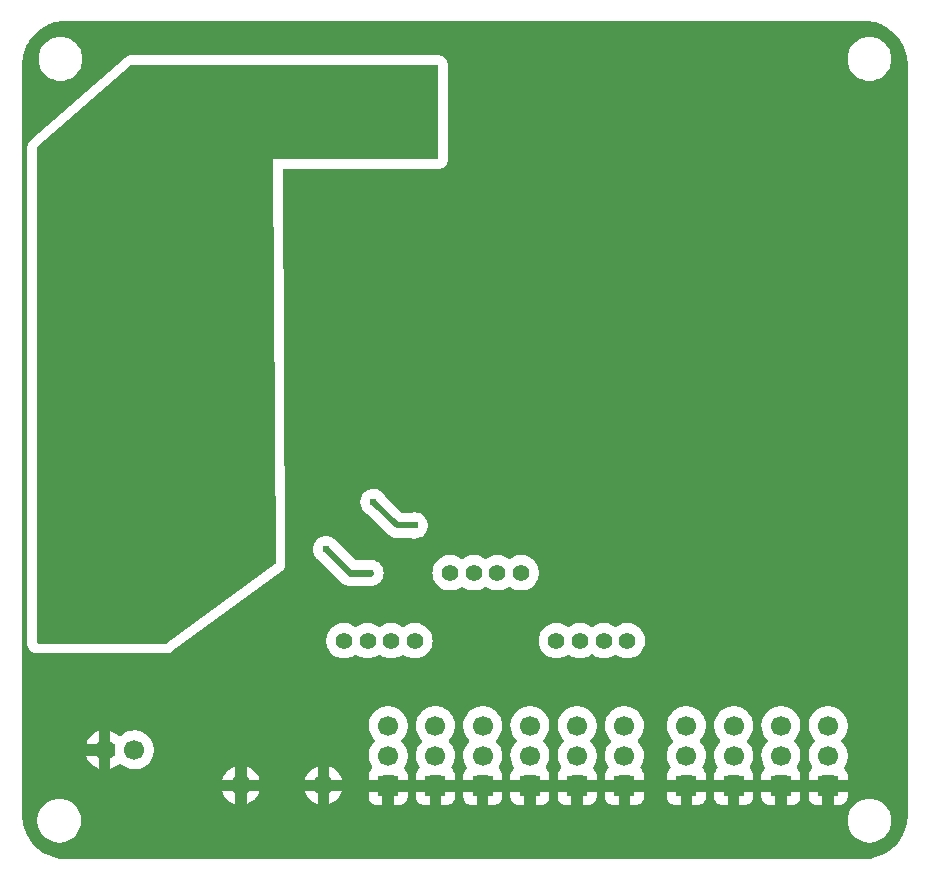
<source format=gbl>
G04 Layer: BottomLayer*
G04 EasyEDA v6.5.40, 2024-05-01 13:46:42*
G04 7703e67730494ffebf129c6139567d94,10*
G04 Gerber Generator version 0.2*
G04 Scale: 100 percent, Rotated: No, Reflected: No *
G04 Dimensions in millimeters *
G04 leading zeros omitted , absolute positions ,4 integer and 5 decimal *
%FSLAX45Y45*%
%MOMM*%

%ADD10C,0.6000*%
%ADD11C,0.5000*%
%ADD12C,1.4000*%
%ADD13C,1.7000*%
%ADD14R,1.7000X1.7000*%
%ADD15C,0.6100*%
%ADD16C,0.0118*%

%LPD*%
G36*
X150266Y-6924090D02*
G01*
X124104Y-6923176D01*
X98704Y-6920534D01*
X73558Y-6916166D01*
X48768Y-6910070D01*
X24384Y-6902348D01*
X660Y-6892950D01*
X-22402Y-6881977D01*
X-44653Y-6869430D01*
X-65989Y-6855409D01*
X-86360Y-6839915D01*
X-105562Y-6823151D01*
X-123596Y-6805066D01*
X-140360Y-6785762D01*
X-155803Y-6765442D01*
X-169773Y-6744055D01*
X-182270Y-6721754D01*
X-193243Y-6698691D01*
X-202590Y-6674916D01*
X-210312Y-6650583D01*
X-216306Y-6625742D01*
X-220624Y-6600596D01*
X-223215Y-6575145D01*
X-224078Y-6549390D01*
X-224078Y-200609D01*
X-223164Y-174142D01*
X-220522Y-148742D01*
X-216154Y-123545D01*
X-210108Y-98755D01*
X-202336Y-74422D01*
X-192938Y-50647D01*
X-181965Y-27584D01*
X-169418Y-5334D01*
X-155397Y16002D01*
X-139954Y36322D01*
X-123139Y55575D01*
X-105054Y73609D01*
X-85801Y90373D01*
X-65430Y105816D01*
X-44043Y119786D01*
X-21793Y132283D01*
X1270Y143256D01*
X25044Y152603D01*
X49428Y160274D01*
X74218Y166319D01*
X99415Y170637D01*
X124815Y173228D01*
X150571Y174091D01*
X6899402Y174091D01*
X6925868Y173177D01*
X6951268Y170535D01*
X6976414Y166166D01*
X7001256Y160121D01*
X7025589Y152349D01*
X7049312Y142951D01*
X7072375Y131978D01*
X7094626Y119430D01*
X7115962Y105410D01*
X7136333Y89966D01*
X7155535Y73152D01*
X7173620Y55067D01*
X7190384Y35814D01*
X7205776Y15443D01*
X7219797Y-5943D01*
X7232294Y-28194D01*
X7243216Y-51308D01*
X7252563Y-75082D01*
X7260285Y-99415D01*
X7266279Y-124256D01*
X7270597Y-149402D01*
X7273188Y-174802D01*
X7274102Y-200609D01*
X7274102Y-6549390D01*
X7273137Y-6575856D01*
X7270496Y-6601256D01*
X7266178Y-6626453D01*
X7260081Y-6651244D01*
X7252360Y-6675577D01*
X7242962Y-6699351D01*
X7231938Y-6722364D01*
X7219391Y-6744665D01*
X7205370Y-6766001D01*
X7189927Y-6786321D01*
X7173112Y-6805574D01*
X7155027Y-6823608D01*
X7135774Y-6840372D01*
X7115403Y-6855764D01*
X7094067Y-6869785D01*
X7071766Y-6882282D01*
X7048703Y-6893204D01*
X7024928Y-6902551D01*
X7000595Y-6910273D01*
X6975754Y-6916318D01*
X6950557Y-6920636D01*
X6925157Y-6923227D01*
X6899402Y-6924090D01*
G37*

%LPC*%
G36*
X6940600Y-6785254D02*
G01*
X6959396Y-6785254D01*
X6978091Y-6783374D01*
X6996480Y-6779564D01*
X7014413Y-6773925D01*
X7031685Y-6766559D01*
X7048144Y-6757416D01*
X7063536Y-6746697D01*
X7077811Y-6734454D01*
X7090765Y-6720840D01*
X7102246Y-6705955D01*
X7112203Y-6690004D01*
X7120483Y-6673138D01*
X7126986Y-6655511D01*
X7131710Y-6637324D01*
X7134555Y-6618731D01*
X7135520Y-6599986D01*
X7134555Y-6581241D01*
X7131710Y-6562648D01*
X7126986Y-6544462D01*
X7120483Y-6526834D01*
X7112203Y-6509969D01*
X7102246Y-6494018D01*
X7090765Y-6479133D01*
X7077811Y-6465519D01*
X7063536Y-6453276D01*
X7048144Y-6442557D01*
X7031685Y-6433413D01*
X7014413Y-6426047D01*
X6996480Y-6420408D01*
X6978091Y-6416598D01*
X6959396Y-6414719D01*
X6940600Y-6414719D01*
X6921906Y-6416598D01*
X6903516Y-6420408D01*
X6885584Y-6426047D01*
X6868312Y-6433413D01*
X6851853Y-6442557D01*
X6836460Y-6453276D01*
X6822186Y-6465519D01*
X6809231Y-6479133D01*
X6797751Y-6494018D01*
X6787794Y-6509969D01*
X6779514Y-6526834D01*
X6773011Y-6544462D01*
X6768287Y-6562648D01*
X6765442Y-6581241D01*
X6764477Y-6599986D01*
X6765442Y-6618731D01*
X6768287Y-6637324D01*
X6773011Y-6655511D01*
X6779514Y-6673138D01*
X6787794Y-6690004D01*
X6797751Y-6705955D01*
X6809231Y-6720840D01*
X6822186Y-6734454D01*
X6836460Y-6746697D01*
X6851853Y-6757416D01*
X6868312Y-6766559D01*
X6885584Y-6773925D01*
X6903516Y-6779564D01*
X6921906Y-6783374D01*
G37*
G36*
X80619Y-6785254D02*
G01*
X99364Y-6785254D01*
X118059Y-6783374D01*
X136499Y-6779564D01*
X154432Y-6773925D01*
X171704Y-6766559D01*
X188112Y-6757416D01*
X203555Y-6746697D01*
X217779Y-6734454D01*
X230733Y-6720840D01*
X242265Y-6705955D01*
X252171Y-6690004D01*
X260451Y-6673138D01*
X267004Y-6655511D01*
X271678Y-6637324D01*
X274523Y-6618731D01*
X275488Y-6599986D01*
X274523Y-6581241D01*
X271678Y-6562648D01*
X267004Y-6544462D01*
X260451Y-6526834D01*
X252171Y-6509969D01*
X242265Y-6494018D01*
X230733Y-6479133D01*
X217779Y-6465519D01*
X203555Y-6453276D01*
X188112Y-6442557D01*
X171704Y-6433413D01*
X154432Y-6426047D01*
X136499Y-6420408D01*
X118059Y-6416598D01*
X99364Y-6414719D01*
X80619Y-6414719D01*
X61925Y-6416598D01*
X43484Y-6420408D01*
X25552Y-6426047D01*
X8280Y-6433413D01*
X-8128Y-6442557D01*
X-23571Y-6453276D01*
X-37795Y-6465519D01*
X-50749Y-6479133D01*
X-62280Y-6494018D01*
X-72186Y-6509969D01*
X-80467Y-6526834D01*
X-87020Y-6544462D01*
X-91694Y-6562648D01*
X-94538Y-6581241D01*
X-95504Y-6599986D01*
X-94538Y-6618731D01*
X-91694Y-6637324D01*
X-87020Y-6655511D01*
X-80467Y-6673138D01*
X-72186Y-6690004D01*
X-62280Y-6705955D01*
X-50749Y-6720840D01*
X-37795Y-6734454D01*
X-23571Y-6746697D01*
X-8128Y-6757416D01*
X8280Y-6766559D01*
X25552Y-6773925D01*
X43484Y-6779564D01*
X61925Y-6783374D01*
G37*
G36*
X6115354Y-6469532D02*
G01*
X6151118Y-6469532D01*
X6151118Y-6352844D01*
X6034481Y-6352844D01*
X6034481Y-6388608D01*
X6035294Y-6400444D01*
X6037732Y-6411671D01*
X6041745Y-6422440D01*
X6047282Y-6432499D01*
X6054140Y-6441694D01*
X6062268Y-6449822D01*
X6071463Y-6456680D01*
X6081572Y-6462217D01*
X6092291Y-6466230D01*
X6103518Y-6468668D01*
G37*
G36*
X6515354Y-6469532D02*
G01*
X6551117Y-6469532D01*
X6551117Y-6352844D01*
X6434480Y-6352844D01*
X6434480Y-6388608D01*
X6435293Y-6400444D01*
X6437731Y-6411671D01*
X6441744Y-6422440D01*
X6447282Y-6432499D01*
X6454140Y-6441694D01*
X6462268Y-6449822D01*
X6471462Y-6456680D01*
X6481572Y-6462217D01*
X6492290Y-6466230D01*
X6503517Y-6468668D01*
G37*
G36*
X6248857Y-6469532D02*
G01*
X6284620Y-6469532D01*
X6296456Y-6468668D01*
X6307683Y-6466230D01*
X6318402Y-6462217D01*
X6328511Y-6456680D01*
X6337706Y-6449822D01*
X6345834Y-6441694D01*
X6352692Y-6432499D01*
X6358229Y-6422440D01*
X6362242Y-6411671D01*
X6364681Y-6400444D01*
X6365494Y-6388608D01*
X6365494Y-6352844D01*
X6248857Y-6352844D01*
G37*
G36*
X6648856Y-6469532D02*
G01*
X6684619Y-6469532D01*
X6696456Y-6468668D01*
X6707682Y-6466230D01*
X6718401Y-6462217D01*
X6728510Y-6456680D01*
X6737705Y-6449822D01*
X6745833Y-6441694D01*
X6752691Y-6432499D01*
X6758228Y-6422440D01*
X6762242Y-6411671D01*
X6764680Y-6400444D01*
X6765493Y-6388608D01*
X6765493Y-6352844D01*
X6648856Y-6352844D01*
G37*
G36*
X5715355Y-6469532D02*
G01*
X5751118Y-6469532D01*
X5751118Y-6352844D01*
X5634482Y-6352844D01*
X5634482Y-6388608D01*
X5635294Y-6400444D01*
X5637733Y-6411671D01*
X5641746Y-6422440D01*
X5647283Y-6432499D01*
X5654141Y-6441694D01*
X5662269Y-6449822D01*
X5671464Y-6456680D01*
X5681573Y-6462217D01*
X5692292Y-6466230D01*
X5703519Y-6468668D01*
G37*
G36*
X5315356Y-6469532D02*
G01*
X5351119Y-6469532D01*
X5351119Y-6352844D01*
X5234482Y-6352844D01*
X5234482Y-6388608D01*
X5235295Y-6400444D01*
X5237734Y-6411671D01*
X5241747Y-6422440D01*
X5247284Y-6432499D01*
X5254142Y-6441694D01*
X5262270Y-6449822D01*
X5271465Y-6456680D01*
X5281574Y-6462217D01*
X5292293Y-6466230D01*
X5303520Y-6468668D01*
G37*
G36*
X2790342Y-6469532D02*
G01*
X2826156Y-6469532D01*
X2826156Y-6352844D01*
X2709468Y-6352844D01*
X2709468Y-6388608D01*
X2710332Y-6400444D01*
X2712770Y-6411671D01*
X2716784Y-6422440D01*
X2722270Y-6432499D01*
X2729179Y-6441694D01*
X2737307Y-6449822D01*
X2746502Y-6456680D01*
X2756560Y-6462217D01*
X2767330Y-6466230D01*
X2778556Y-6468668D01*
G37*
G36*
X5848858Y-6469532D02*
G01*
X5884621Y-6469532D01*
X5896457Y-6468668D01*
X5907684Y-6466230D01*
X5918403Y-6462217D01*
X5928512Y-6456680D01*
X5937707Y-6449822D01*
X5945835Y-6441694D01*
X5952693Y-6432499D01*
X5958230Y-6422440D01*
X5962243Y-6411671D01*
X5964682Y-6400444D01*
X5965494Y-6388608D01*
X5965494Y-6352844D01*
X5848858Y-6352844D01*
G37*
G36*
X5448858Y-6469532D02*
G01*
X5484622Y-6469532D01*
X5496458Y-6468668D01*
X5507685Y-6466230D01*
X5518404Y-6462217D01*
X5528513Y-6456680D01*
X5537708Y-6449822D01*
X5545836Y-6441694D01*
X5552694Y-6432499D01*
X5558231Y-6422440D01*
X5562244Y-6411671D01*
X5564682Y-6400444D01*
X5565495Y-6388608D01*
X5565495Y-6352844D01*
X5448858Y-6352844D01*
G37*
G36*
X2923844Y-6469532D02*
G01*
X2959608Y-6469532D01*
X2971444Y-6468668D01*
X2982671Y-6466230D01*
X2993440Y-6462217D01*
X3003499Y-6456680D01*
X3012694Y-6449822D01*
X3020822Y-6441694D01*
X3027730Y-6432499D01*
X3033217Y-6422440D01*
X3037230Y-6411671D01*
X3039668Y-6400444D01*
X3040532Y-6388608D01*
X3040532Y-6352844D01*
X2923844Y-6352844D01*
G37*
G36*
X3190341Y-6469481D02*
G01*
X3226155Y-6469481D01*
X3226155Y-6352844D01*
X3109468Y-6352844D01*
X3109468Y-6388608D01*
X3110331Y-6400444D01*
X3112770Y-6411671D01*
X3116783Y-6422440D01*
X3122269Y-6432499D01*
X3129178Y-6441694D01*
X3137306Y-6449822D01*
X3146501Y-6456680D01*
X3156559Y-6462217D01*
X3167329Y-6466230D01*
X3178556Y-6468668D01*
G37*
G36*
X3590340Y-6469481D02*
G01*
X3626154Y-6469481D01*
X3626154Y-6352844D01*
X3509467Y-6352844D01*
X3509467Y-6388608D01*
X3510330Y-6400444D01*
X3512769Y-6411671D01*
X3516782Y-6422440D01*
X3522268Y-6432499D01*
X3529177Y-6441694D01*
X3537305Y-6449822D01*
X3546500Y-6456680D01*
X3556558Y-6462217D01*
X3567328Y-6466230D01*
X3578555Y-6468668D01*
G37*
G36*
X3990340Y-6469481D02*
G01*
X4026154Y-6469481D01*
X4026154Y-6352844D01*
X3909466Y-6352844D01*
X3909466Y-6388608D01*
X3910329Y-6400444D01*
X3912768Y-6411671D01*
X3916781Y-6422440D01*
X3922268Y-6432499D01*
X3929176Y-6441694D01*
X3937304Y-6449822D01*
X3946499Y-6456680D01*
X3956558Y-6462217D01*
X3967327Y-6466230D01*
X3978554Y-6468668D01*
G37*
G36*
X4123842Y-6469481D02*
G01*
X4159605Y-6469481D01*
X4171442Y-6468668D01*
X4182668Y-6466230D01*
X4193438Y-6462217D01*
X4203496Y-6456680D01*
X4212691Y-6449822D01*
X4220819Y-6441694D01*
X4227728Y-6432499D01*
X4233214Y-6422440D01*
X4237228Y-6411671D01*
X4239666Y-6400444D01*
X4240530Y-6388608D01*
X4240530Y-6352844D01*
X4123842Y-6352844D01*
G37*
G36*
X3723843Y-6469481D02*
G01*
X3759606Y-6469481D01*
X3771442Y-6468668D01*
X3782669Y-6466230D01*
X3793439Y-6462217D01*
X3803497Y-6456680D01*
X3812692Y-6449822D01*
X3820820Y-6441694D01*
X3827729Y-6432499D01*
X3833215Y-6422440D01*
X3837228Y-6411671D01*
X3839667Y-6400444D01*
X3840530Y-6388608D01*
X3840530Y-6352844D01*
X3723843Y-6352844D01*
G37*
G36*
X3323844Y-6469481D02*
G01*
X3359607Y-6469481D01*
X3371443Y-6468668D01*
X3382670Y-6466230D01*
X3393440Y-6462217D01*
X3403498Y-6456680D01*
X3412693Y-6449822D01*
X3420821Y-6441694D01*
X3427729Y-6432499D01*
X3433216Y-6422440D01*
X3437229Y-6411671D01*
X3439668Y-6400444D01*
X3440531Y-6388608D01*
X3440531Y-6352844D01*
X3323844Y-6352844D01*
G37*
G36*
X4390339Y-6469481D02*
G01*
X4426153Y-6469481D01*
X4426153Y-6352844D01*
X4309465Y-6352844D01*
X4309465Y-6388608D01*
X4310329Y-6400444D01*
X4312767Y-6411671D01*
X4316780Y-6422440D01*
X4322267Y-6432499D01*
X4329176Y-6441694D01*
X4337304Y-6449822D01*
X4346498Y-6456680D01*
X4356557Y-6462217D01*
X4367326Y-6466230D01*
X4378553Y-6468668D01*
G37*
G36*
X4790338Y-6469481D02*
G01*
X4826152Y-6469481D01*
X4826152Y-6352844D01*
X4709464Y-6352844D01*
X4709464Y-6388608D01*
X4710328Y-6400444D01*
X4712766Y-6411671D01*
X4716780Y-6422440D01*
X4722266Y-6432499D01*
X4729175Y-6441694D01*
X4737303Y-6449822D01*
X4746498Y-6456680D01*
X4756556Y-6462217D01*
X4767326Y-6466230D01*
X4778552Y-6468668D01*
G37*
G36*
X4923840Y-6469481D02*
G01*
X4959604Y-6469481D01*
X4971440Y-6468668D01*
X4982667Y-6466230D01*
X4993436Y-6462217D01*
X5003495Y-6456680D01*
X5012690Y-6449822D01*
X5020818Y-6441694D01*
X5027726Y-6432499D01*
X5033213Y-6422440D01*
X5037226Y-6411671D01*
X5039664Y-6400444D01*
X5040528Y-6388608D01*
X5040528Y-6352844D01*
X4923840Y-6352844D01*
G37*
G36*
X4523841Y-6469481D02*
G01*
X4559604Y-6469481D01*
X4571441Y-6468668D01*
X4582668Y-6466230D01*
X4593437Y-6462217D01*
X4603496Y-6456680D01*
X4612690Y-6449822D01*
X4620818Y-6441694D01*
X4627727Y-6432499D01*
X4633214Y-6422440D01*
X4637227Y-6411671D01*
X4639665Y-6400444D01*
X4640529Y-6388608D01*
X4640529Y-6352844D01*
X4523841Y-6352844D01*
G37*
G36*
X2375865Y-6458051D02*
G01*
X2391359Y-6452463D01*
X2407208Y-6444742D01*
X2422144Y-6435394D01*
X2435961Y-6424523D01*
X2448610Y-6412230D01*
X2459837Y-6398666D01*
X2469591Y-6383985D01*
X2477719Y-6368389D01*
X2484120Y-6351981D01*
X2484983Y-6348831D01*
X2375865Y-6348831D01*
G37*
G36*
X1675841Y-6458051D02*
G01*
X1691335Y-6452463D01*
X1707184Y-6444742D01*
X1722120Y-6435394D01*
X1735988Y-6424523D01*
X1748586Y-6412230D01*
X1759864Y-6398666D01*
X1769567Y-6383985D01*
X1777695Y-6368389D01*
X1784146Y-6351981D01*
X1784959Y-6348831D01*
X1675841Y-6348831D01*
G37*
G36*
X1578152Y-6457899D02*
G01*
X1578152Y-6348831D01*
X1469085Y-6348831D01*
X1472844Y-6360261D01*
X1480159Y-6376314D01*
X1489100Y-6391452D01*
X1499565Y-6405626D01*
X1511554Y-6418580D01*
X1524812Y-6430162D01*
X1539189Y-6440271D01*
X1554632Y-6448806D01*
X1570837Y-6455664D01*
G37*
G36*
X2278126Y-6457899D02*
G01*
X2278126Y-6348831D01*
X2169058Y-6348831D01*
X2172868Y-6360261D01*
X2180132Y-6376314D01*
X2189073Y-6391452D01*
X2199589Y-6405626D01*
X2211527Y-6418580D01*
X2224786Y-6430162D01*
X2239213Y-6440271D01*
X2254605Y-6448806D01*
X2270861Y-6455664D01*
G37*
G36*
X3109468Y-6255156D02*
G01*
X3226155Y-6255156D01*
X3226155Y-6221120D01*
X3227120Y-6216700D01*
X3229914Y-6213195D01*
X3233978Y-6211214D01*
X3238449Y-6211163D01*
X3248660Y-6213398D01*
X3266186Y-6215278D01*
X3283813Y-6215278D01*
X3301339Y-6213398D01*
X3311550Y-6211163D01*
X3316020Y-6211214D01*
X3320084Y-6213195D01*
X3322828Y-6216700D01*
X3323844Y-6221120D01*
X3323844Y-6255156D01*
X3440531Y-6255156D01*
X3440531Y-6219342D01*
X3439668Y-6207556D01*
X3437229Y-6196330D01*
X3433216Y-6185560D01*
X3427729Y-6175451D01*
X3420821Y-6166307D01*
X3411829Y-6157417D01*
X3409797Y-6154521D01*
X3408883Y-6151067D01*
X3409187Y-6147562D01*
X3410712Y-6144361D01*
X3415284Y-6137757D01*
X3423818Y-6122365D01*
X3430676Y-6106109D01*
X3435756Y-6089243D01*
X3439058Y-6071971D01*
X3440429Y-6054394D01*
X3439972Y-6036767D01*
X3437636Y-6019342D01*
X3433470Y-6002223D01*
X3427476Y-5985611D01*
X3419754Y-5969812D01*
X3410407Y-5954877D01*
X3399536Y-5941009D01*
X3388868Y-5929985D01*
X3386683Y-5926632D01*
X3385972Y-5922670D01*
X3386886Y-5918708D01*
X3389223Y-5915456D01*
X3393592Y-5911443D01*
X3405174Y-5898184D01*
X3415284Y-5883757D01*
X3423818Y-5868365D01*
X3430676Y-5852109D01*
X3435756Y-5835243D01*
X3439058Y-5817971D01*
X3440429Y-5800394D01*
X3439972Y-5782767D01*
X3437636Y-5765342D01*
X3433470Y-5748223D01*
X3427476Y-5731611D01*
X3419754Y-5715812D01*
X3410407Y-5700877D01*
X3399536Y-5687009D01*
X3387242Y-5674360D01*
X3373678Y-5663133D01*
X3358997Y-5653379D01*
X3343401Y-5645251D01*
X3326993Y-5638850D01*
X3309975Y-5634228D01*
X3292601Y-5631434D01*
X3274974Y-5630468D01*
X3257397Y-5631434D01*
X3240024Y-5634228D01*
X3223006Y-5638850D01*
X3206597Y-5645251D01*
X3190951Y-5653379D01*
X3176270Y-5663133D01*
X3162757Y-5674360D01*
X3150463Y-5687009D01*
X3139541Y-5700877D01*
X3130194Y-5715812D01*
X3122523Y-5731611D01*
X3116529Y-5748223D01*
X3112363Y-5765342D01*
X3110026Y-5782767D01*
X3109569Y-5800394D01*
X3110941Y-5817971D01*
X3114243Y-5835243D01*
X3119323Y-5852109D01*
X3126130Y-5868365D01*
X3134715Y-5883757D01*
X3144824Y-5898184D01*
X3156407Y-5911443D01*
X3160776Y-5915456D01*
X3163112Y-5918708D01*
X3164027Y-5922670D01*
X3163316Y-5926632D01*
X3161131Y-5929985D01*
X3150463Y-5941009D01*
X3139541Y-5954877D01*
X3130194Y-5969812D01*
X3122523Y-5985611D01*
X3116529Y-6002223D01*
X3112363Y-6019342D01*
X3110026Y-6036767D01*
X3109569Y-6054394D01*
X3110941Y-6071971D01*
X3114243Y-6089243D01*
X3119323Y-6106109D01*
X3126130Y-6122365D01*
X3134715Y-6137757D01*
X3139287Y-6144361D01*
X3140811Y-6147562D01*
X3141116Y-6151067D01*
X3140202Y-6154521D01*
X3138119Y-6157417D01*
X3129127Y-6166307D01*
X3122269Y-6175451D01*
X3116783Y-6185560D01*
X3112770Y-6196330D01*
X3110331Y-6207556D01*
X3109468Y-6219342D01*
G37*
G36*
X3509467Y-6255156D02*
G01*
X3626154Y-6255156D01*
X3626154Y-6221120D01*
X3627120Y-6216700D01*
X3629914Y-6213195D01*
X3633978Y-6211214D01*
X3638448Y-6211163D01*
X3648659Y-6213398D01*
X3666185Y-6215278D01*
X3683812Y-6215278D01*
X3701338Y-6213398D01*
X3711549Y-6211163D01*
X3716020Y-6211214D01*
X3720084Y-6213195D01*
X3722827Y-6216700D01*
X3723843Y-6221120D01*
X3723843Y-6255156D01*
X3840530Y-6255156D01*
X3840530Y-6219342D01*
X3839667Y-6207556D01*
X3837228Y-6196330D01*
X3833215Y-6185560D01*
X3827729Y-6175451D01*
X3820820Y-6166307D01*
X3811828Y-6157417D01*
X3809796Y-6154521D01*
X3808882Y-6151067D01*
X3809187Y-6147562D01*
X3810711Y-6144361D01*
X3815283Y-6137757D01*
X3823817Y-6122365D01*
X3830675Y-6106109D01*
X3835755Y-6089243D01*
X3839057Y-6071971D01*
X3840429Y-6054394D01*
X3839972Y-6036767D01*
X3837635Y-6019342D01*
X3833469Y-6002223D01*
X3827475Y-5985611D01*
X3819753Y-5969812D01*
X3810406Y-5954877D01*
X3799535Y-5941009D01*
X3788867Y-5929985D01*
X3786682Y-5926632D01*
X3785971Y-5922670D01*
X3786886Y-5918708D01*
X3789222Y-5915456D01*
X3793591Y-5911443D01*
X3805174Y-5898184D01*
X3815283Y-5883757D01*
X3823817Y-5868365D01*
X3830675Y-5852109D01*
X3835755Y-5835243D01*
X3839057Y-5817971D01*
X3840429Y-5800394D01*
X3839972Y-5782767D01*
X3837635Y-5765342D01*
X3833469Y-5748223D01*
X3827475Y-5731611D01*
X3819753Y-5715812D01*
X3810406Y-5700877D01*
X3799535Y-5687009D01*
X3787241Y-5674360D01*
X3773678Y-5663133D01*
X3758996Y-5653379D01*
X3743401Y-5645251D01*
X3726992Y-5638850D01*
X3709974Y-5634228D01*
X3692601Y-5631434D01*
X3674973Y-5630468D01*
X3657396Y-5631434D01*
X3640023Y-5634228D01*
X3623005Y-5638850D01*
X3606596Y-5645251D01*
X3590950Y-5653379D01*
X3576269Y-5663133D01*
X3562756Y-5674360D01*
X3550462Y-5687009D01*
X3539540Y-5700877D01*
X3530193Y-5715812D01*
X3522522Y-5731611D01*
X3516528Y-5748223D01*
X3512362Y-5765342D01*
X3510026Y-5782767D01*
X3509568Y-5800394D01*
X3510940Y-5817971D01*
X3514242Y-5835243D01*
X3519322Y-5852109D01*
X3526129Y-5868365D01*
X3534714Y-5883757D01*
X3544824Y-5898184D01*
X3556406Y-5911443D01*
X3560775Y-5915456D01*
X3563112Y-5918708D01*
X3564026Y-5922670D01*
X3563315Y-5926632D01*
X3561130Y-5929985D01*
X3550462Y-5941009D01*
X3539540Y-5954877D01*
X3530193Y-5969812D01*
X3522522Y-5985611D01*
X3516528Y-6002223D01*
X3512362Y-6019342D01*
X3510026Y-6036767D01*
X3509568Y-6054394D01*
X3510940Y-6071971D01*
X3514242Y-6089243D01*
X3519322Y-6106109D01*
X3526129Y-6122365D01*
X3534714Y-6137757D01*
X3539286Y-6144361D01*
X3540810Y-6147562D01*
X3541115Y-6151067D01*
X3540201Y-6154521D01*
X3538118Y-6157417D01*
X3529126Y-6166307D01*
X3522268Y-6175451D01*
X3516782Y-6185560D01*
X3512769Y-6196330D01*
X3510330Y-6207556D01*
X3509467Y-6219342D01*
G37*
G36*
X6034481Y-6255156D02*
G01*
X6151118Y-6255156D01*
X6151118Y-6221120D01*
X6152134Y-6216700D01*
X6154928Y-6213195D01*
X6158941Y-6211214D01*
X6163462Y-6211163D01*
X6173673Y-6213398D01*
X6191199Y-6215278D01*
X6208776Y-6215278D01*
X6226302Y-6213398D01*
X6236512Y-6211163D01*
X6241034Y-6211214D01*
X6245047Y-6213195D01*
X6247841Y-6216700D01*
X6248857Y-6221120D01*
X6248857Y-6255156D01*
X6365494Y-6255156D01*
X6365494Y-6219342D01*
X6364681Y-6207556D01*
X6362242Y-6196330D01*
X6358229Y-6185560D01*
X6352692Y-6175451D01*
X6345834Y-6166307D01*
X6336842Y-6157417D01*
X6334810Y-6154521D01*
X6333896Y-6151067D01*
X6334201Y-6147562D01*
X6335674Y-6144361D01*
X6340297Y-6137757D01*
X6348831Y-6122365D01*
X6355689Y-6106160D01*
X6360769Y-6089243D01*
X6364020Y-6071971D01*
X6365443Y-6054394D01*
X6364986Y-6036767D01*
X6362649Y-6019342D01*
X6358432Y-6002223D01*
X6352489Y-5985662D01*
X6344767Y-5969812D01*
X6335420Y-5954877D01*
X6324549Y-5941009D01*
X6313830Y-5929985D01*
X6311646Y-5926632D01*
X6310934Y-5922670D01*
X6311849Y-5918708D01*
X6314236Y-5915456D01*
X6318554Y-5911443D01*
X6330188Y-5898184D01*
X6340297Y-5883757D01*
X6348831Y-5868365D01*
X6355689Y-5852160D01*
X6360769Y-5835243D01*
X6364020Y-5817971D01*
X6365443Y-5800394D01*
X6364986Y-5782767D01*
X6362649Y-5765342D01*
X6358432Y-5748223D01*
X6352489Y-5731662D01*
X6344767Y-5715812D01*
X6335420Y-5700877D01*
X6324549Y-5687009D01*
X6312255Y-5674360D01*
X6298692Y-5663133D01*
X6284010Y-5653379D01*
X6268364Y-5645302D01*
X6251956Y-5638850D01*
X6234988Y-5634228D01*
X6217564Y-5631434D01*
X6199987Y-5630468D01*
X6182410Y-5631434D01*
X6164986Y-5634228D01*
X6148019Y-5638850D01*
X6131610Y-5645302D01*
X6115964Y-5653379D01*
X6101283Y-5663133D01*
X6087719Y-5674360D01*
X6075426Y-5687009D01*
X6064554Y-5700877D01*
X6055207Y-5715812D01*
X6047486Y-5731662D01*
X6041542Y-5748223D01*
X6037326Y-5765342D01*
X6034989Y-5782767D01*
X6034532Y-5800394D01*
X6035954Y-5817971D01*
X6039205Y-5835243D01*
X6044285Y-5852160D01*
X6051143Y-5868365D01*
X6059678Y-5883757D01*
X6069787Y-5898184D01*
X6081420Y-5911443D01*
X6085738Y-5915456D01*
X6088126Y-5918708D01*
X6089040Y-5922670D01*
X6088329Y-5926632D01*
X6086144Y-5929985D01*
X6075426Y-5941009D01*
X6064554Y-5954877D01*
X6055207Y-5969812D01*
X6047486Y-5985662D01*
X6041542Y-6002223D01*
X6037326Y-6019342D01*
X6034989Y-6036767D01*
X6034532Y-6054394D01*
X6035954Y-6071971D01*
X6039205Y-6089243D01*
X6044285Y-6106160D01*
X6051143Y-6122365D01*
X6059678Y-6137757D01*
X6064300Y-6144361D01*
X6065774Y-6147562D01*
X6066078Y-6151067D01*
X6065164Y-6154521D01*
X6063132Y-6157417D01*
X6054140Y-6166307D01*
X6047282Y-6175451D01*
X6041745Y-6185560D01*
X6037732Y-6196330D01*
X6035294Y-6207556D01*
X6034481Y-6219342D01*
G37*
G36*
X3909466Y-6255156D02*
G01*
X4026154Y-6255156D01*
X4026154Y-6221120D01*
X4027119Y-6216700D01*
X4029913Y-6213195D01*
X4033977Y-6211214D01*
X4038447Y-6211163D01*
X4048658Y-6213398D01*
X4066184Y-6215278D01*
X4083812Y-6215278D01*
X4101337Y-6213398D01*
X4111548Y-6211163D01*
X4116019Y-6211214D01*
X4120083Y-6213195D01*
X4122826Y-6216700D01*
X4123842Y-6221120D01*
X4123842Y-6255156D01*
X4240530Y-6255156D01*
X4240530Y-6219342D01*
X4239666Y-6207556D01*
X4237228Y-6196330D01*
X4233214Y-6185560D01*
X4227728Y-6175451D01*
X4220819Y-6166307D01*
X4211828Y-6157417D01*
X4209796Y-6154521D01*
X4208881Y-6151067D01*
X4209186Y-6147562D01*
X4210710Y-6144361D01*
X4215282Y-6137757D01*
X4223816Y-6122365D01*
X4230674Y-6106109D01*
X4235754Y-6089243D01*
X4239056Y-6071971D01*
X4240428Y-6054394D01*
X4239971Y-6036767D01*
X4237634Y-6019342D01*
X4233468Y-6002223D01*
X4227474Y-5985611D01*
X4219752Y-5969812D01*
X4210405Y-5954877D01*
X4199534Y-5941009D01*
X4188866Y-5929985D01*
X4186682Y-5926632D01*
X4185970Y-5922670D01*
X4186885Y-5918708D01*
X4189222Y-5915456D01*
X4193590Y-5911443D01*
X4205173Y-5898184D01*
X4215282Y-5883757D01*
X4223816Y-5868365D01*
X4230674Y-5852109D01*
X4235754Y-5835243D01*
X4239056Y-5817971D01*
X4240428Y-5800394D01*
X4239971Y-5782767D01*
X4237634Y-5765342D01*
X4233468Y-5748223D01*
X4227474Y-5731611D01*
X4219752Y-5715812D01*
X4210405Y-5700877D01*
X4199534Y-5687009D01*
X4187240Y-5674360D01*
X4173677Y-5663133D01*
X4158996Y-5653379D01*
X4143400Y-5645251D01*
X4126992Y-5638850D01*
X4109974Y-5634228D01*
X4092600Y-5631434D01*
X4074972Y-5630468D01*
X4057396Y-5631434D01*
X4040022Y-5634228D01*
X4023004Y-5638850D01*
X4006596Y-5645251D01*
X3990949Y-5653379D01*
X3976268Y-5663133D01*
X3962755Y-5674360D01*
X3950462Y-5687009D01*
X3939540Y-5700877D01*
X3930192Y-5715812D01*
X3922522Y-5731611D01*
X3916527Y-5748223D01*
X3912362Y-5765342D01*
X3910025Y-5782767D01*
X3909568Y-5800394D01*
X3910939Y-5817971D01*
X3914241Y-5835243D01*
X3919321Y-5852109D01*
X3926128Y-5868365D01*
X3934714Y-5883757D01*
X3944823Y-5898184D01*
X3956405Y-5911443D01*
X3960774Y-5915456D01*
X3963111Y-5918708D01*
X3964025Y-5922670D01*
X3963314Y-5926632D01*
X3961129Y-5929985D01*
X3950462Y-5941009D01*
X3939540Y-5954877D01*
X3930192Y-5969812D01*
X3922522Y-5985611D01*
X3916527Y-6002223D01*
X3912362Y-6019342D01*
X3910025Y-6036767D01*
X3909568Y-6054394D01*
X3910939Y-6071971D01*
X3914241Y-6089243D01*
X3919321Y-6106109D01*
X3926128Y-6122365D01*
X3934714Y-6137757D01*
X3939286Y-6144361D01*
X3940810Y-6147562D01*
X3941114Y-6151067D01*
X3940200Y-6154521D01*
X3938117Y-6157417D01*
X3929126Y-6166307D01*
X3922268Y-6175451D01*
X3916781Y-6185560D01*
X3912768Y-6196330D01*
X3910329Y-6207556D01*
X3909466Y-6219342D01*
G37*
G36*
X6434480Y-6255156D02*
G01*
X6551117Y-6255156D01*
X6551117Y-6221120D01*
X6552133Y-6216700D01*
X6554927Y-6213195D01*
X6558940Y-6211214D01*
X6563461Y-6211163D01*
X6573672Y-6213398D01*
X6591198Y-6215278D01*
X6608775Y-6215278D01*
X6626301Y-6213398D01*
X6636512Y-6211163D01*
X6641033Y-6211214D01*
X6645046Y-6213195D01*
X6647840Y-6216700D01*
X6648856Y-6221120D01*
X6648856Y-6255156D01*
X6765493Y-6255156D01*
X6765493Y-6219342D01*
X6764680Y-6207556D01*
X6762242Y-6196330D01*
X6758228Y-6185560D01*
X6752691Y-6175451D01*
X6745833Y-6166307D01*
X6736842Y-6157417D01*
X6734809Y-6154521D01*
X6733895Y-6151067D01*
X6734200Y-6147562D01*
X6735673Y-6144361D01*
X6740296Y-6137757D01*
X6748830Y-6122365D01*
X6755688Y-6106160D01*
X6760768Y-6089243D01*
X6764020Y-6071971D01*
X6765442Y-6054394D01*
X6764985Y-6036767D01*
X6762648Y-6019342D01*
X6758431Y-6002223D01*
X6752488Y-5985662D01*
X6744766Y-5969812D01*
X6735419Y-5954877D01*
X6724548Y-5941009D01*
X6713829Y-5929985D01*
X6711645Y-5926632D01*
X6710934Y-5922670D01*
X6711848Y-5918708D01*
X6714236Y-5915456D01*
X6718553Y-5911443D01*
X6730187Y-5898184D01*
X6740296Y-5883757D01*
X6748830Y-5868365D01*
X6755688Y-5852160D01*
X6760768Y-5835243D01*
X6764020Y-5817971D01*
X6765442Y-5800394D01*
X6764985Y-5782767D01*
X6762648Y-5765342D01*
X6758431Y-5748223D01*
X6752488Y-5731662D01*
X6744766Y-5715812D01*
X6735419Y-5700877D01*
X6724548Y-5687009D01*
X6712254Y-5674360D01*
X6698691Y-5663133D01*
X6684009Y-5653379D01*
X6668363Y-5645302D01*
X6651955Y-5638850D01*
X6634988Y-5634228D01*
X6617563Y-5631434D01*
X6599986Y-5630468D01*
X6582409Y-5631434D01*
X6564985Y-5634228D01*
X6548018Y-5638850D01*
X6531609Y-5645302D01*
X6515963Y-5653379D01*
X6501282Y-5663133D01*
X6487718Y-5674360D01*
X6475425Y-5687009D01*
X6464554Y-5700877D01*
X6455206Y-5715812D01*
X6447485Y-5731662D01*
X6441541Y-5748223D01*
X6437325Y-5765342D01*
X6434988Y-5782767D01*
X6434531Y-5800394D01*
X6435953Y-5817971D01*
X6439204Y-5835243D01*
X6444284Y-5852160D01*
X6451142Y-5868365D01*
X6459677Y-5883757D01*
X6469786Y-5898184D01*
X6481419Y-5911443D01*
X6485737Y-5915456D01*
X6488125Y-5918708D01*
X6489039Y-5922670D01*
X6488328Y-5926632D01*
X6486144Y-5929985D01*
X6475425Y-5941009D01*
X6464554Y-5954877D01*
X6455206Y-5969812D01*
X6447485Y-5985662D01*
X6441541Y-6002223D01*
X6437325Y-6019342D01*
X6434988Y-6036767D01*
X6434531Y-6054394D01*
X6435953Y-6071971D01*
X6439204Y-6089243D01*
X6444284Y-6106160D01*
X6451142Y-6122365D01*
X6459677Y-6137757D01*
X6464300Y-6144361D01*
X6465773Y-6147562D01*
X6466078Y-6151067D01*
X6465163Y-6154521D01*
X6463131Y-6157417D01*
X6454140Y-6166307D01*
X6447282Y-6175451D01*
X6441744Y-6185560D01*
X6437731Y-6196330D01*
X6435293Y-6207556D01*
X6434480Y-6219342D01*
G37*
G36*
X5634482Y-6255156D02*
G01*
X5751118Y-6255156D01*
X5751118Y-6221120D01*
X5752134Y-6216700D01*
X5754928Y-6213195D01*
X5758942Y-6211214D01*
X5763463Y-6211163D01*
X5773674Y-6213398D01*
X5791200Y-6215278D01*
X5808776Y-6215278D01*
X5826302Y-6213398D01*
X5836513Y-6211163D01*
X5841034Y-6211214D01*
X5845048Y-6213195D01*
X5847842Y-6216700D01*
X5848858Y-6221120D01*
X5848858Y-6255156D01*
X5965494Y-6255156D01*
X5965494Y-6219342D01*
X5964682Y-6207556D01*
X5962243Y-6196330D01*
X5958230Y-6185560D01*
X5952693Y-6175451D01*
X5945835Y-6166307D01*
X5936843Y-6157417D01*
X5934811Y-6154521D01*
X5933897Y-6151067D01*
X5934202Y-6147562D01*
X5935675Y-6144361D01*
X5940298Y-6137757D01*
X5948832Y-6122365D01*
X5955690Y-6106160D01*
X5960770Y-6089243D01*
X5964021Y-6071971D01*
X5965444Y-6054394D01*
X5964986Y-6036767D01*
X5962650Y-6019342D01*
X5958433Y-6002223D01*
X5952490Y-5985662D01*
X5944768Y-5969812D01*
X5935421Y-5954877D01*
X5924550Y-5941009D01*
X5913831Y-5929985D01*
X5911646Y-5926632D01*
X5910935Y-5922670D01*
X5911850Y-5918708D01*
X5914237Y-5915456D01*
X5918555Y-5911443D01*
X5930188Y-5898184D01*
X5940298Y-5883757D01*
X5948832Y-5868365D01*
X5955690Y-5852160D01*
X5960770Y-5835243D01*
X5964021Y-5817971D01*
X5965444Y-5800394D01*
X5964986Y-5782767D01*
X5962650Y-5765342D01*
X5958433Y-5748223D01*
X5952490Y-5731662D01*
X5944768Y-5715812D01*
X5935421Y-5700877D01*
X5924550Y-5687009D01*
X5912256Y-5674360D01*
X5898692Y-5663133D01*
X5884011Y-5653379D01*
X5868365Y-5645302D01*
X5851956Y-5638850D01*
X5834989Y-5634228D01*
X5817565Y-5631434D01*
X5799988Y-5630468D01*
X5782411Y-5631434D01*
X5764987Y-5634228D01*
X5748020Y-5638850D01*
X5731611Y-5645302D01*
X5715965Y-5653379D01*
X5701284Y-5663133D01*
X5687720Y-5674360D01*
X5675426Y-5687009D01*
X5664555Y-5700877D01*
X5655208Y-5715812D01*
X5647486Y-5731662D01*
X5641543Y-5748223D01*
X5637326Y-5765342D01*
X5634990Y-5782767D01*
X5634532Y-5800394D01*
X5635955Y-5817971D01*
X5639206Y-5835243D01*
X5644286Y-5852160D01*
X5651144Y-5868365D01*
X5659678Y-5883757D01*
X5669788Y-5898184D01*
X5681421Y-5911443D01*
X5685739Y-5915456D01*
X5688126Y-5918708D01*
X5689041Y-5922670D01*
X5688330Y-5926632D01*
X5686145Y-5929985D01*
X5675426Y-5941009D01*
X5664555Y-5954877D01*
X5655208Y-5969812D01*
X5647486Y-5985662D01*
X5641543Y-6002223D01*
X5637326Y-6019342D01*
X5634990Y-6036767D01*
X5634532Y-6054394D01*
X5635955Y-6071971D01*
X5639206Y-6089243D01*
X5644286Y-6106160D01*
X5651144Y-6122365D01*
X5659678Y-6137757D01*
X5664301Y-6144361D01*
X5665774Y-6147562D01*
X5666079Y-6151067D01*
X5665165Y-6154521D01*
X5663133Y-6157417D01*
X5654141Y-6166307D01*
X5647283Y-6175451D01*
X5641746Y-6185560D01*
X5637733Y-6196330D01*
X5635294Y-6207556D01*
X5634482Y-6219342D01*
G37*
G36*
X5234482Y-6255156D02*
G01*
X5351119Y-6255156D01*
X5351119Y-6221120D01*
X5352135Y-6216700D01*
X5354929Y-6213195D01*
X5358942Y-6211214D01*
X5363464Y-6211163D01*
X5373674Y-6213398D01*
X5391200Y-6215278D01*
X5408777Y-6215278D01*
X5426303Y-6213398D01*
X5436514Y-6211163D01*
X5441035Y-6211214D01*
X5445048Y-6213195D01*
X5447842Y-6216700D01*
X5448858Y-6221120D01*
X5448858Y-6255156D01*
X5565495Y-6255156D01*
X5565495Y-6219342D01*
X5564682Y-6207556D01*
X5562244Y-6196330D01*
X5558231Y-6185560D01*
X5552694Y-6175451D01*
X5545836Y-6166307D01*
X5536844Y-6157417D01*
X5534812Y-6154521D01*
X5533898Y-6151067D01*
X5534202Y-6147562D01*
X5535676Y-6144361D01*
X5540298Y-6137757D01*
X5548833Y-6122365D01*
X5555691Y-6106160D01*
X5560771Y-6089243D01*
X5564022Y-6071971D01*
X5565444Y-6054394D01*
X5564987Y-6036767D01*
X5562650Y-6019342D01*
X5558434Y-6002223D01*
X5552490Y-5985662D01*
X5544769Y-5969812D01*
X5535422Y-5954877D01*
X5524550Y-5941009D01*
X5513832Y-5929985D01*
X5511647Y-5926632D01*
X5510936Y-5922670D01*
X5511850Y-5918708D01*
X5514238Y-5915456D01*
X5518556Y-5911443D01*
X5530189Y-5898184D01*
X5540298Y-5883757D01*
X5548833Y-5868365D01*
X5555691Y-5852160D01*
X5560771Y-5835243D01*
X5564022Y-5817971D01*
X5565444Y-5800394D01*
X5564987Y-5782767D01*
X5562650Y-5765342D01*
X5558434Y-5748223D01*
X5552490Y-5731662D01*
X5544769Y-5715812D01*
X5535422Y-5700877D01*
X5524550Y-5687009D01*
X5512257Y-5674360D01*
X5498693Y-5663133D01*
X5484012Y-5653379D01*
X5468366Y-5645302D01*
X5451957Y-5638850D01*
X5434990Y-5634228D01*
X5417566Y-5631434D01*
X5399989Y-5630468D01*
X5382412Y-5631434D01*
X5364988Y-5634228D01*
X5348020Y-5638850D01*
X5331612Y-5645302D01*
X5315966Y-5653379D01*
X5301284Y-5663133D01*
X5287721Y-5674360D01*
X5275427Y-5687009D01*
X5264556Y-5700877D01*
X5255209Y-5715812D01*
X5247487Y-5731662D01*
X5241544Y-5748223D01*
X5237327Y-5765342D01*
X5234990Y-5782767D01*
X5234533Y-5800394D01*
X5235956Y-5817971D01*
X5239207Y-5835243D01*
X5244287Y-5852160D01*
X5251145Y-5868365D01*
X5259679Y-5883757D01*
X5269788Y-5898184D01*
X5281422Y-5911443D01*
X5285740Y-5915456D01*
X5288127Y-5918708D01*
X5289042Y-5922670D01*
X5288330Y-5926632D01*
X5286146Y-5929985D01*
X5275427Y-5941009D01*
X5264556Y-5954877D01*
X5255209Y-5969812D01*
X5247487Y-5985662D01*
X5241544Y-6002223D01*
X5237327Y-6019342D01*
X5234990Y-6036767D01*
X5234533Y-6054394D01*
X5235956Y-6071971D01*
X5239207Y-6089243D01*
X5244287Y-6106160D01*
X5251145Y-6122365D01*
X5259679Y-6137757D01*
X5264302Y-6144361D01*
X5265775Y-6147562D01*
X5266080Y-6151067D01*
X5265166Y-6154521D01*
X5263134Y-6157417D01*
X5254142Y-6166307D01*
X5247284Y-6175451D01*
X5241747Y-6185560D01*
X5237734Y-6196330D01*
X5235295Y-6207556D01*
X5234482Y-6219342D01*
G37*
G36*
X4709464Y-6255156D02*
G01*
X4826152Y-6255156D01*
X4826152Y-6221120D01*
X4827117Y-6216700D01*
X4829911Y-6213195D01*
X4833975Y-6211214D01*
X4838446Y-6211163D01*
X4848656Y-6213398D01*
X4866182Y-6215278D01*
X4883810Y-6215278D01*
X4901336Y-6213398D01*
X4911547Y-6211163D01*
X4916017Y-6211214D01*
X4920081Y-6213195D01*
X4922824Y-6216700D01*
X4923840Y-6221120D01*
X4923840Y-6255156D01*
X5040528Y-6255156D01*
X5040528Y-6219342D01*
X5039664Y-6207556D01*
X5037226Y-6196330D01*
X5033213Y-6185560D01*
X5027726Y-6175451D01*
X5020818Y-6166307D01*
X5011826Y-6157417D01*
X5009794Y-6154521D01*
X5008880Y-6151067D01*
X5009184Y-6147562D01*
X5010708Y-6144361D01*
X5015280Y-6137757D01*
X5023815Y-6122365D01*
X5030673Y-6106109D01*
X5035753Y-6089243D01*
X5039055Y-6071971D01*
X5040426Y-6054394D01*
X5039969Y-6036767D01*
X5037632Y-6019342D01*
X5033467Y-6002223D01*
X5027472Y-5985611D01*
X5019751Y-5969812D01*
X5010404Y-5954877D01*
X4999532Y-5941009D01*
X4988864Y-5929985D01*
X4986680Y-5926632D01*
X4985969Y-5922670D01*
X4986883Y-5918708D01*
X4989220Y-5915456D01*
X4993589Y-5911443D01*
X5005171Y-5898184D01*
X5015280Y-5883757D01*
X5023815Y-5868365D01*
X5030673Y-5852109D01*
X5035753Y-5835243D01*
X5039055Y-5817971D01*
X5040426Y-5800394D01*
X5039969Y-5782767D01*
X5037632Y-5765342D01*
X5033467Y-5748223D01*
X5027472Y-5731611D01*
X5019751Y-5715812D01*
X5010404Y-5700877D01*
X4999532Y-5687009D01*
X4987239Y-5674360D01*
X4973675Y-5663133D01*
X4958994Y-5653379D01*
X4943398Y-5645251D01*
X4926990Y-5638850D01*
X4909972Y-5634228D01*
X4892598Y-5631434D01*
X4874971Y-5630468D01*
X4857394Y-5631434D01*
X4840020Y-5634228D01*
X4823002Y-5638850D01*
X4806594Y-5645251D01*
X4790948Y-5653379D01*
X4776266Y-5663133D01*
X4762754Y-5674360D01*
X4750460Y-5687009D01*
X4739538Y-5700877D01*
X4730191Y-5715812D01*
X4722520Y-5731611D01*
X4716526Y-5748223D01*
X4712360Y-5765342D01*
X4710023Y-5782767D01*
X4709566Y-5800394D01*
X4710938Y-5817971D01*
X4714240Y-5835243D01*
X4719320Y-5852109D01*
X4726127Y-5868365D01*
X4734712Y-5883757D01*
X4744821Y-5898184D01*
X4756404Y-5911443D01*
X4760772Y-5915456D01*
X4763109Y-5918708D01*
X4764024Y-5922670D01*
X4763312Y-5926632D01*
X4761128Y-5929985D01*
X4750460Y-5941009D01*
X4739538Y-5954877D01*
X4730191Y-5969812D01*
X4722520Y-5985611D01*
X4716526Y-6002223D01*
X4712360Y-6019342D01*
X4710023Y-6036767D01*
X4709566Y-6054394D01*
X4710938Y-6071971D01*
X4714240Y-6089243D01*
X4719320Y-6106109D01*
X4726127Y-6122365D01*
X4734712Y-6137757D01*
X4739284Y-6144361D01*
X4740808Y-6147562D01*
X4741113Y-6151067D01*
X4740198Y-6154521D01*
X4738116Y-6157417D01*
X4729124Y-6166307D01*
X4722266Y-6175451D01*
X4716780Y-6185560D01*
X4712766Y-6196330D01*
X4710328Y-6207556D01*
X4709464Y-6219342D01*
G37*
G36*
X4309465Y-6255156D02*
G01*
X4426153Y-6255156D01*
X4426153Y-6221120D01*
X4427118Y-6216700D01*
X4429912Y-6213195D01*
X4433976Y-6211214D01*
X4438446Y-6211163D01*
X4448657Y-6213398D01*
X4466183Y-6215278D01*
X4483811Y-6215278D01*
X4501337Y-6213398D01*
X4511548Y-6211163D01*
X4516018Y-6211214D01*
X4520082Y-6213195D01*
X4522825Y-6216700D01*
X4523841Y-6221120D01*
X4523841Y-6255156D01*
X4640529Y-6255156D01*
X4640529Y-6219342D01*
X4639665Y-6207556D01*
X4637227Y-6196330D01*
X4633214Y-6185560D01*
X4627727Y-6175451D01*
X4620818Y-6166307D01*
X4611827Y-6157417D01*
X4609795Y-6154521D01*
X4608880Y-6151067D01*
X4609185Y-6147562D01*
X4610709Y-6144361D01*
X4615281Y-6137757D01*
X4623816Y-6122365D01*
X4630674Y-6106109D01*
X4635754Y-6089243D01*
X4639056Y-6071971D01*
X4640427Y-6054394D01*
X4639970Y-6036767D01*
X4637633Y-6019342D01*
X4633468Y-6002223D01*
X4627473Y-5985611D01*
X4619752Y-5969812D01*
X4610404Y-5954877D01*
X4599533Y-5941009D01*
X4588865Y-5929985D01*
X4586681Y-5926632D01*
X4585970Y-5922670D01*
X4586884Y-5918708D01*
X4589221Y-5915456D01*
X4593590Y-5911443D01*
X4605172Y-5898184D01*
X4615281Y-5883757D01*
X4623816Y-5868365D01*
X4630674Y-5852109D01*
X4635754Y-5835243D01*
X4639056Y-5817971D01*
X4640427Y-5800394D01*
X4639970Y-5782767D01*
X4637633Y-5765342D01*
X4633468Y-5748223D01*
X4627473Y-5731611D01*
X4619752Y-5715812D01*
X4610404Y-5700877D01*
X4599533Y-5687009D01*
X4587240Y-5674360D01*
X4573676Y-5663133D01*
X4558995Y-5653379D01*
X4543399Y-5645251D01*
X4526991Y-5638850D01*
X4509973Y-5634228D01*
X4492599Y-5631434D01*
X4474972Y-5630468D01*
X4457395Y-5631434D01*
X4440021Y-5634228D01*
X4423003Y-5638850D01*
X4406595Y-5645251D01*
X4390948Y-5653379D01*
X4376267Y-5663133D01*
X4362754Y-5674360D01*
X4350461Y-5687009D01*
X4339539Y-5700877D01*
X4330192Y-5715812D01*
X4322521Y-5731611D01*
X4316526Y-5748223D01*
X4312361Y-5765342D01*
X4310024Y-5782767D01*
X4309567Y-5800394D01*
X4310938Y-5817971D01*
X4314240Y-5835243D01*
X4319320Y-5852109D01*
X4326128Y-5868365D01*
X4334713Y-5883757D01*
X4344822Y-5898184D01*
X4356404Y-5911443D01*
X4360773Y-5915456D01*
X4363110Y-5918708D01*
X4364024Y-5922670D01*
X4363313Y-5926632D01*
X4361129Y-5929985D01*
X4350461Y-5941009D01*
X4339539Y-5954877D01*
X4330192Y-5969812D01*
X4322521Y-5985611D01*
X4316526Y-6002223D01*
X4312361Y-6019342D01*
X4310024Y-6036767D01*
X4309567Y-6054394D01*
X4310938Y-6071971D01*
X4314240Y-6089243D01*
X4319320Y-6106109D01*
X4326128Y-6122365D01*
X4334713Y-6137757D01*
X4339285Y-6144361D01*
X4340809Y-6147562D01*
X4341114Y-6151067D01*
X4340199Y-6154521D01*
X4338116Y-6157417D01*
X4329125Y-6166307D01*
X4322267Y-6175451D01*
X4316780Y-6185560D01*
X4312767Y-6196330D01*
X4310329Y-6207556D01*
X4309465Y-6219342D01*
G37*
G36*
X2709468Y-6255156D02*
G01*
X2826156Y-6255156D01*
X2826156Y-6221120D01*
X2827121Y-6216700D01*
X2829915Y-6213195D01*
X2833979Y-6211214D01*
X2838450Y-6211163D01*
X2848660Y-6213398D01*
X2866186Y-6215278D01*
X2883814Y-6215278D01*
X2901340Y-6213398D01*
X2911551Y-6211163D01*
X2916021Y-6211214D01*
X2920085Y-6213195D01*
X2922828Y-6216700D01*
X2923844Y-6221120D01*
X2923844Y-6255156D01*
X3040532Y-6255156D01*
X3040532Y-6219342D01*
X3039668Y-6207556D01*
X3037230Y-6196330D01*
X3033217Y-6185560D01*
X3027730Y-6175451D01*
X3020822Y-6166307D01*
X3011830Y-6157417D01*
X3009798Y-6154521D01*
X3008884Y-6151067D01*
X3009188Y-6147562D01*
X3010712Y-6144361D01*
X3015284Y-6137757D01*
X3023819Y-6122365D01*
X3030677Y-6106160D01*
X3035757Y-6089243D01*
X3039059Y-6071971D01*
X3040430Y-6054394D01*
X3039973Y-6036767D01*
X3037636Y-6019342D01*
X3033471Y-6002223D01*
X3027476Y-5985662D01*
X3019755Y-5969812D01*
X3010408Y-5954877D01*
X2999536Y-5941009D01*
X2988868Y-5929985D01*
X2986684Y-5926632D01*
X2985973Y-5922670D01*
X2986887Y-5918708D01*
X2989224Y-5915456D01*
X2993593Y-5911443D01*
X3005175Y-5898184D01*
X3015284Y-5883757D01*
X3023819Y-5868365D01*
X3030677Y-5852160D01*
X3035757Y-5835243D01*
X3039059Y-5817971D01*
X3040430Y-5800394D01*
X3039973Y-5782767D01*
X3037636Y-5765342D01*
X3033471Y-5748223D01*
X3027476Y-5731662D01*
X3019755Y-5715812D01*
X3010408Y-5700877D01*
X2999536Y-5687009D01*
X2987243Y-5674360D01*
X2973679Y-5663133D01*
X2958998Y-5653379D01*
X2943402Y-5645302D01*
X2926994Y-5638850D01*
X2909976Y-5634228D01*
X2892602Y-5631434D01*
X2874975Y-5630468D01*
X2857398Y-5631434D01*
X2840024Y-5634228D01*
X2823006Y-5638850D01*
X2806598Y-5645302D01*
X2790952Y-5653379D01*
X2776270Y-5663133D01*
X2762758Y-5674360D01*
X2750464Y-5687009D01*
X2739542Y-5700877D01*
X2730195Y-5715812D01*
X2722524Y-5731662D01*
X2716530Y-5748223D01*
X2712364Y-5765342D01*
X2710027Y-5782767D01*
X2709570Y-5800394D01*
X2710942Y-5817971D01*
X2714244Y-5835243D01*
X2719324Y-5852160D01*
X2726131Y-5868365D01*
X2734716Y-5883757D01*
X2744825Y-5898184D01*
X2756408Y-5911443D01*
X2760776Y-5915456D01*
X2763113Y-5918708D01*
X2764028Y-5922670D01*
X2763316Y-5926632D01*
X2761132Y-5929985D01*
X2750464Y-5941009D01*
X2739542Y-5954877D01*
X2730195Y-5969812D01*
X2722524Y-5985662D01*
X2716530Y-6002223D01*
X2712364Y-6019342D01*
X2710027Y-6036767D01*
X2709570Y-6054394D01*
X2710942Y-6071971D01*
X2714244Y-6089243D01*
X2719324Y-6106160D01*
X2726131Y-6122365D01*
X2734716Y-6137757D01*
X2739288Y-6144361D01*
X2740812Y-6147562D01*
X2741117Y-6151067D01*
X2740202Y-6154521D01*
X2738120Y-6157417D01*
X2729128Y-6166307D01*
X2722270Y-6175451D01*
X2716784Y-6185560D01*
X2712770Y-6196330D01*
X2710332Y-6207556D01*
X2709468Y-6219342D01*
G37*
G36*
X1469085Y-6251143D02*
G01*
X1578152Y-6251143D01*
X1578152Y-6142075D01*
X1570837Y-6144310D01*
X1554632Y-6151168D01*
X1539189Y-6159703D01*
X1524812Y-6169812D01*
X1511554Y-6181394D01*
X1499565Y-6194348D01*
X1489100Y-6208522D01*
X1480159Y-6223660D01*
X1472844Y-6239713D01*
G37*
G36*
X2169058Y-6251143D02*
G01*
X2278126Y-6251143D01*
X2278126Y-6142075D01*
X2270861Y-6144310D01*
X2254605Y-6151168D01*
X2239213Y-6159703D01*
X2224786Y-6169812D01*
X2211527Y-6181394D01*
X2199589Y-6194348D01*
X2189073Y-6208522D01*
X2180132Y-6223660D01*
X2172868Y-6239713D01*
G37*
G36*
X2375865Y-6251143D02*
G01*
X2484983Y-6251143D01*
X2484120Y-6247993D01*
X2477719Y-6231585D01*
X2469591Y-6215989D01*
X2459837Y-6201308D01*
X2448610Y-6187744D01*
X2435961Y-6175451D01*
X2422144Y-6164580D01*
X2407208Y-6155232D01*
X2391359Y-6147511D01*
X2375865Y-6141923D01*
G37*
G36*
X1675841Y-6251143D02*
G01*
X1784959Y-6251143D01*
X1784146Y-6247993D01*
X1777695Y-6231585D01*
X1769567Y-6215989D01*
X1759864Y-6201308D01*
X1748586Y-6187744D01*
X1735988Y-6175451D01*
X1722120Y-6164580D01*
X1707184Y-6155232D01*
X1691335Y-6147511D01*
X1675841Y-6141923D01*
G37*
G36*
X720598Y-6165443D02*
G01*
X738225Y-6164986D01*
X755650Y-6162649D01*
X772769Y-6158433D01*
X789381Y-6152489D01*
X805180Y-6144768D01*
X820115Y-6135420D01*
X833983Y-6124549D01*
X846632Y-6112256D01*
X857859Y-6098692D01*
X867613Y-6084011D01*
X875741Y-6068364D01*
X882142Y-6051956D01*
X886764Y-6034989D01*
X889558Y-6017564D01*
X890524Y-5999988D01*
X889558Y-5982411D01*
X886764Y-5964986D01*
X882142Y-5948019D01*
X875741Y-5931611D01*
X867613Y-5915964D01*
X857859Y-5901283D01*
X846632Y-5887720D01*
X833983Y-5875426D01*
X820115Y-5864555D01*
X805180Y-5855208D01*
X789381Y-5847486D01*
X772769Y-5841542D01*
X755650Y-5837326D01*
X738225Y-5834989D01*
X720598Y-5834532D01*
X703021Y-5835954D01*
X685749Y-5839206D01*
X668883Y-5844286D01*
X652627Y-5851144D01*
X637235Y-5859678D01*
X622808Y-5869787D01*
X609549Y-5881420D01*
X607415Y-5883706D01*
X604164Y-5886043D01*
X600252Y-5886958D01*
X596290Y-5886297D01*
X592886Y-5884113D01*
X583996Y-5875426D01*
X570128Y-5864555D01*
X555193Y-5855208D01*
X539343Y-5847486D01*
X523849Y-5841898D01*
X523849Y-5951118D01*
X553872Y-5951118D01*
X558292Y-5952134D01*
X561797Y-5954928D01*
X563778Y-5958941D01*
X563829Y-5963462D01*
X561594Y-5973673D01*
X559714Y-5991199D01*
X559714Y-6008776D01*
X561594Y-6026302D01*
X563829Y-6036513D01*
X563778Y-6041034D01*
X561797Y-6045047D01*
X558292Y-6047841D01*
X553872Y-6048857D01*
X523849Y-6048857D01*
X523849Y-6158077D01*
X539343Y-6152489D01*
X555193Y-6144768D01*
X570128Y-6135420D01*
X583996Y-6124549D01*
X592886Y-6115862D01*
X596290Y-6113678D01*
X600252Y-6113018D01*
X604164Y-6113932D01*
X607415Y-6116269D01*
X609549Y-6118555D01*
X622808Y-6130188D01*
X637235Y-6140297D01*
X652627Y-6148832D01*
X668883Y-6155690D01*
X685749Y-6160770D01*
X703021Y-6164021D01*
G37*
G36*
X426161Y-6157874D02*
G01*
X426161Y-6048857D01*
X317093Y-6048857D01*
X320852Y-6060236D01*
X328168Y-6076289D01*
X337108Y-6091478D01*
X347573Y-6105601D01*
X359562Y-6118555D01*
X372821Y-6130188D01*
X387197Y-6140297D01*
X402640Y-6148832D01*
X418846Y-6155690D01*
G37*
G36*
X317093Y-5951118D02*
G01*
X426161Y-5951118D01*
X426161Y-5842101D01*
X418846Y-5844286D01*
X402640Y-5851144D01*
X387197Y-5859678D01*
X372821Y-5869787D01*
X359562Y-5881420D01*
X347573Y-5894374D01*
X337108Y-5908497D01*
X328168Y-5923686D01*
X320852Y-5939739D01*
G37*
G36*
X2500020Y-5225491D02*
G01*
X2516835Y-5224576D01*
X2533497Y-5221732D01*
X2549702Y-5217058D01*
X2565298Y-5210606D01*
X2580081Y-5202428D01*
X2594102Y-5192471D01*
X2597912Y-5190794D01*
X2602077Y-5190794D01*
X2605887Y-5192471D01*
X2619908Y-5202428D01*
X2634691Y-5210606D01*
X2650286Y-5217058D01*
X2666492Y-5221732D01*
X2683154Y-5224526D01*
X2700020Y-5225491D01*
X2716834Y-5224526D01*
X2733497Y-5221732D01*
X2749702Y-5217058D01*
X2765298Y-5210606D01*
X2780080Y-5202428D01*
X2794101Y-5192471D01*
X2797911Y-5190794D01*
X2802077Y-5190794D01*
X2805887Y-5192471D01*
X2819908Y-5202428D01*
X2834690Y-5210606D01*
X2850286Y-5217058D01*
X2866491Y-5221732D01*
X2883154Y-5224526D01*
X2900019Y-5225491D01*
X2916834Y-5224526D01*
X2933496Y-5221732D01*
X2949702Y-5217058D01*
X2965297Y-5210606D01*
X2980080Y-5202428D01*
X2994101Y-5192471D01*
X2997911Y-5190794D01*
X3002076Y-5190794D01*
X3005886Y-5192471D01*
X3019907Y-5202428D01*
X3034690Y-5210606D01*
X3050286Y-5217058D01*
X3066491Y-5221732D01*
X3083153Y-5224526D01*
X3099968Y-5225491D01*
X3116834Y-5224526D01*
X3133496Y-5221732D01*
X3149701Y-5217058D01*
X3165297Y-5210606D01*
X3180080Y-5202428D01*
X3193846Y-5192674D01*
X3206394Y-5181396D01*
X3217672Y-5168849D01*
X3227425Y-5155082D01*
X3235604Y-5140299D01*
X3242056Y-5124704D01*
X3246729Y-5108498D01*
X3249574Y-5091836D01*
X3250488Y-5074970D01*
X3249574Y-5058156D01*
X3246729Y-5041493D01*
X3242056Y-5025288D01*
X3235604Y-5009692D01*
X3227425Y-4994910D01*
X3217672Y-4981143D01*
X3206394Y-4968595D01*
X3193846Y-4957318D01*
X3180080Y-4947564D01*
X3165297Y-4939385D01*
X3149701Y-4932934D01*
X3133496Y-4928260D01*
X3116834Y-4925415D01*
X3099968Y-4924501D01*
X3083153Y-4925415D01*
X3066491Y-4928260D01*
X3050286Y-4932934D01*
X3034690Y-4939385D01*
X3019907Y-4947564D01*
X3005886Y-4957521D01*
X3002076Y-4959197D01*
X2997911Y-4959197D01*
X2994101Y-4957521D01*
X2980080Y-4947564D01*
X2965297Y-4939385D01*
X2949702Y-4932934D01*
X2933496Y-4928260D01*
X2916834Y-4925415D01*
X2900019Y-4924501D01*
X2883154Y-4925415D01*
X2866491Y-4928260D01*
X2850286Y-4932934D01*
X2834690Y-4939385D01*
X2819908Y-4947564D01*
X2805887Y-4957521D01*
X2802077Y-4959197D01*
X2797911Y-4959197D01*
X2794101Y-4957521D01*
X2780080Y-4947564D01*
X2765298Y-4939385D01*
X2749702Y-4932934D01*
X2733497Y-4928260D01*
X2716834Y-4925415D01*
X2700020Y-4924501D01*
X2683154Y-4925415D01*
X2666492Y-4928260D01*
X2650286Y-4932934D01*
X2634691Y-4939385D01*
X2619908Y-4947564D01*
X2605887Y-4957521D01*
X2602077Y-4959197D01*
X2597912Y-4959197D01*
X2594102Y-4957521D01*
X2580081Y-4947564D01*
X2565298Y-4939385D01*
X2549702Y-4932934D01*
X2533497Y-4928260D01*
X2516835Y-4925415D01*
X2500020Y-4924501D01*
X2483154Y-4925415D01*
X2466492Y-4928260D01*
X2450287Y-4932934D01*
X2434691Y-4939385D01*
X2419908Y-4947564D01*
X2406142Y-4957318D01*
X2393594Y-4968595D01*
X2382316Y-4981143D01*
X2372563Y-4994910D01*
X2364384Y-5009692D01*
X2357932Y-5025288D01*
X2353259Y-5041493D01*
X2350414Y-5058156D01*
X2349500Y-5075021D01*
X2350414Y-5091836D01*
X2353259Y-5108498D01*
X2357932Y-5124704D01*
X2364384Y-5140299D01*
X2372563Y-5155082D01*
X2382316Y-5168849D01*
X2393594Y-5181396D01*
X2406142Y-5192674D01*
X2419908Y-5202428D01*
X2434691Y-5210606D01*
X2450287Y-5217058D01*
X2466492Y-5221732D01*
X2483154Y-5224576D01*
G37*
G36*
X4299966Y-5225440D02*
G01*
X4316831Y-5224475D01*
X4333443Y-5221630D01*
X4349648Y-5216956D01*
X4365244Y-5210505D01*
X4380026Y-5202377D01*
X4394098Y-5192369D01*
X4397908Y-5190744D01*
X4402023Y-5190744D01*
X4405833Y-5192369D01*
X4419904Y-5202377D01*
X4434687Y-5210505D01*
X4450283Y-5216956D01*
X4466488Y-5221630D01*
X4483100Y-5224475D01*
X4499965Y-5225440D01*
X4516831Y-5224475D01*
X4533442Y-5221630D01*
X4549648Y-5216956D01*
X4565243Y-5210505D01*
X4580026Y-5202377D01*
X4594098Y-5192369D01*
X4597908Y-5190744D01*
X4602022Y-5190744D01*
X4605832Y-5192369D01*
X4619904Y-5202377D01*
X4634687Y-5210505D01*
X4650282Y-5216956D01*
X4666488Y-5221630D01*
X4683099Y-5224475D01*
X4699965Y-5225440D01*
X4716830Y-5224475D01*
X4733442Y-5221630D01*
X4749647Y-5216956D01*
X4765243Y-5210505D01*
X4780026Y-5202377D01*
X4794097Y-5192369D01*
X4797907Y-5190744D01*
X4802022Y-5190744D01*
X4805832Y-5192369D01*
X4819904Y-5202377D01*
X4834686Y-5210505D01*
X4850282Y-5216956D01*
X4866487Y-5221630D01*
X4883099Y-5224475D01*
X4899964Y-5225440D01*
X4916830Y-5224475D01*
X4933442Y-5221630D01*
X4949647Y-5216956D01*
X4965242Y-5210505D01*
X4980025Y-5202377D01*
X4993792Y-5192572D01*
X5006390Y-5181346D01*
X5017617Y-5168747D01*
X5027422Y-5154980D01*
X5035550Y-5140198D01*
X5042001Y-5124602D01*
X5046675Y-5108397D01*
X5049520Y-5091785D01*
X5050485Y-5074920D01*
X5049520Y-5058054D01*
X5046675Y-5041442D01*
X5042001Y-5025237D01*
X5035550Y-5009642D01*
X5027422Y-4994859D01*
X5017617Y-4981092D01*
X5006390Y-4968494D01*
X4993792Y-4957267D01*
X4980025Y-4947462D01*
X4965242Y-4939334D01*
X4949647Y-4932883D01*
X4933442Y-4928209D01*
X4916830Y-4925364D01*
X4899964Y-4924399D01*
X4883099Y-4925364D01*
X4866487Y-4928209D01*
X4850282Y-4932883D01*
X4834686Y-4939334D01*
X4819904Y-4947462D01*
X4805832Y-4957470D01*
X4802022Y-4959096D01*
X4797907Y-4959096D01*
X4794097Y-4957470D01*
X4780026Y-4947462D01*
X4765243Y-4939334D01*
X4749647Y-4932883D01*
X4733442Y-4928209D01*
X4716830Y-4925364D01*
X4699965Y-4924399D01*
X4683099Y-4925364D01*
X4666488Y-4928209D01*
X4650282Y-4932883D01*
X4634687Y-4939334D01*
X4619904Y-4947462D01*
X4605832Y-4957470D01*
X4602022Y-4959096D01*
X4597908Y-4959096D01*
X4594098Y-4957470D01*
X4580026Y-4947462D01*
X4565243Y-4939334D01*
X4549648Y-4932883D01*
X4533442Y-4928209D01*
X4516831Y-4925364D01*
X4499965Y-4924399D01*
X4483100Y-4925364D01*
X4466488Y-4928209D01*
X4450283Y-4932883D01*
X4434687Y-4939334D01*
X4419904Y-4947462D01*
X4405833Y-4957470D01*
X4402023Y-4959096D01*
X4397908Y-4959096D01*
X4394098Y-4957470D01*
X4380026Y-4947462D01*
X4365244Y-4939334D01*
X4349648Y-4932883D01*
X4333443Y-4928209D01*
X4316831Y-4925364D01*
X4299966Y-4924399D01*
X4283100Y-4925364D01*
X4266488Y-4928209D01*
X4250283Y-4932883D01*
X4234688Y-4939334D01*
X4219905Y-4947462D01*
X4206138Y-4957267D01*
X4193540Y-4968494D01*
X4182313Y-4981092D01*
X4172508Y-4994859D01*
X4164380Y-5009642D01*
X4157929Y-5025237D01*
X4153255Y-5041442D01*
X4150410Y-5058054D01*
X4149445Y-5074920D01*
X4150410Y-5091785D01*
X4153255Y-5108397D01*
X4157929Y-5124602D01*
X4164380Y-5140198D01*
X4172508Y-5154980D01*
X4182313Y-5168747D01*
X4193540Y-5181346D01*
X4206138Y-5192572D01*
X4219905Y-5202377D01*
X4234688Y-5210505D01*
X4250283Y-5216956D01*
X4266488Y-5221630D01*
X4283100Y-5224475D01*
G37*
G36*
X-99822Y-5180533D02*
G01*
X1002334Y-5180482D01*
X1012190Y-5179568D01*
X1014323Y-5179212D01*
X1023924Y-5176875D01*
X1025956Y-5176215D01*
X1035151Y-5172456D01*
X1045514Y-5166410D01*
X1975561Y-4487672D01*
X1981707Y-4482134D01*
X1984349Y-4479391D01*
X1989582Y-4473041D01*
X1991766Y-4469942D01*
X1996033Y-4462881D01*
X1997760Y-4459528D01*
X2000910Y-4451858D01*
X2002078Y-4448302D01*
X2004060Y-4440275D01*
X2004669Y-4436516D01*
X2005431Y-4428286D01*
X2005533Y-4424273D01*
X1981200Y-1090726D01*
X1981911Y-1086815D01*
X1984146Y-1083513D01*
X1987448Y-1081278D01*
X1991360Y-1080516D01*
X3299815Y-1080516D01*
X3306013Y-1080262D01*
X3312007Y-1079601D01*
X3317900Y-1078484D01*
X3323742Y-1076909D01*
X3329432Y-1074928D01*
X3334918Y-1072540D01*
X3340252Y-1069746D01*
X3345332Y-1066495D01*
X3350209Y-1062939D01*
X3354730Y-1059027D01*
X3358997Y-1054760D01*
X3362960Y-1050188D01*
X3366515Y-1045362D01*
X3369716Y-1040231D01*
X3372510Y-1034948D01*
X3374948Y-1029411D01*
X3376929Y-1023721D01*
X3378504Y-1017930D01*
X3379622Y-1011986D01*
X3380282Y-1005992D01*
X3380536Y-999794D01*
X3380536Y-200202D01*
X3380282Y-194005D01*
X3379622Y-188010D01*
X3378504Y-182067D01*
X3376929Y-176276D01*
X3374948Y-170586D01*
X3372510Y-165049D01*
X3369716Y-159766D01*
X3366515Y-154635D01*
X3362960Y-149809D01*
X3358997Y-145237D01*
X3354730Y-140970D01*
X3350209Y-137058D01*
X3345332Y-133502D01*
X3340252Y-130251D01*
X3334918Y-127457D01*
X3329432Y-125069D01*
X3323742Y-123088D01*
X3317900Y-121513D01*
X3312007Y-120396D01*
X3306013Y-119735D01*
X3299815Y-119481D01*
X700379Y-119481D01*
X687984Y-120396D01*
X676249Y-123088D01*
X665073Y-127457D01*
X654608Y-133553D01*
X646734Y-139598D01*
X-152806Y-839216D01*
X-159105Y-845362D01*
X-161340Y-847852D01*
X-166624Y-854760D01*
X-168452Y-857605D01*
X-172618Y-865174D01*
X-173990Y-868273D01*
X-176987Y-876401D01*
X-177901Y-879652D01*
X-179628Y-888136D01*
X-180086Y-891489D01*
X-180492Y-900277D01*
X-180492Y-5099812D01*
X-180289Y-5106009D01*
X-179628Y-5112004D01*
X-178511Y-5117896D01*
X-176936Y-5123738D01*
X-174955Y-5129428D01*
X-172516Y-5134914D01*
X-169722Y-5140248D01*
X-166522Y-5145328D01*
X-162966Y-5150205D01*
X-159004Y-5154726D01*
X-154736Y-5158994D01*
X-150215Y-5162956D01*
X-145338Y-5166512D01*
X-140258Y-5169712D01*
X-134924Y-5172506D01*
X-129438Y-5174945D01*
X-123748Y-5176926D01*
X-117906Y-5178501D01*
X-112014Y-5179618D01*
X-106019Y-5180279D01*
G37*
G36*
X3399993Y-4650486D02*
G01*
X3416858Y-4649571D01*
X3433470Y-4646726D01*
X3449675Y-4642053D01*
X3465271Y-4635601D01*
X3480054Y-4627422D01*
X3494125Y-4617466D01*
X3497935Y-4615789D01*
X3502050Y-4615789D01*
X3505860Y-4617466D01*
X3519932Y-4627422D01*
X3534714Y-4635601D01*
X3550310Y-4642053D01*
X3566515Y-4646726D01*
X3583127Y-4649571D01*
X3599992Y-4650486D01*
X3616858Y-4649571D01*
X3633470Y-4646726D01*
X3649675Y-4642053D01*
X3665270Y-4635601D01*
X3680053Y-4627422D01*
X3694125Y-4617466D01*
X3697935Y-4615789D01*
X3702050Y-4615789D01*
X3705860Y-4617466D01*
X3719931Y-4627422D01*
X3734714Y-4635601D01*
X3750310Y-4642053D01*
X3766515Y-4646726D01*
X3783126Y-4649571D01*
X3799992Y-4650486D01*
X3816858Y-4649571D01*
X3833469Y-4646726D01*
X3849674Y-4642053D01*
X3865270Y-4635601D01*
X3880053Y-4627422D01*
X3894124Y-4617466D01*
X3897934Y-4615789D01*
X3902049Y-4615789D01*
X3905859Y-4617466D01*
X3919931Y-4627422D01*
X3934714Y-4635601D01*
X3950309Y-4642053D01*
X3966514Y-4646726D01*
X3983126Y-4649571D01*
X3999992Y-4650486D01*
X4016857Y-4649571D01*
X4033469Y-4646726D01*
X4049674Y-4642053D01*
X4065270Y-4635601D01*
X4080052Y-4627422D01*
X4093819Y-4617669D01*
X4106418Y-4606391D01*
X4117644Y-4593844D01*
X4127449Y-4580077D01*
X4135577Y-4565294D01*
X4142028Y-4549698D01*
X4146702Y-4533493D01*
X4149547Y-4516831D01*
X4150512Y-4500016D01*
X4149547Y-4483150D01*
X4146702Y-4466488D01*
X4142028Y-4450283D01*
X4135577Y-4434687D01*
X4127449Y-4419904D01*
X4117644Y-4406138D01*
X4106418Y-4393590D01*
X4093819Y-4382312D01*
X4080052Y-4372559D01*
X4065270Y-4364380D01*
X4049674Y-4357928D01*
X4033469Y-4353255D01*
X4016857Y-4350410D01*
X3999992Y-4349496D01*
X3983126Y-4350410D01*
X3966514Y-4353255D01*
X3950309Y-4357928D01*
X3934714Y-4364380D01*
X3919931Y-4372559D01*
X3905859Y-4382516D01*
X3902049Y-4384192D01*
X3897934Y-4384192D01*
X3894124Y-4382516D01*
X3880053Y-4372559D01*
X3865270Y-4364380D01*
X3849674Y-4357928D01*
X3833469Y-4353255D01*
X3816858Y-4350410D01*
X3799992Y-4349496D01*
X3783126Y-4350410D01*
X3766515Y-4353255D01*
X3750310Y-4357928D01*
X3734714Y-4364380D01*
X3719931Y-4372559D01*
X3705860Y-4382516D01*
X3702050Y-4384192D01*
X3697935Y-4384192D01*
X3694125Y-4382516D01*
X3680053Y-4372559D01*
X3665270Y-4364380D01*
X3649675Y-4357928D01*
X3633470Y-4353255D01*
X3616858Y-4350410D01*
X3599992Y-4349496D01*
X3583127Y-4350410D01*
X3566515Y-4353255D01*
X3550310Y-4357928D01*
X3534714Y-4364380D01*
X3519932Y-4372559D01*
X3505860Y-4382516D01*
X3502050Y-4384192D01*
X3497935Y-4384192D01*
X3494125Y-4382516D01*
X3480054Y-4372559D01*
X3465271Y-4364380D01*
X3449675Y-4357928D01*
X3433470Y-4353255D01*
X3416858Y-4350410D01*
X3399993Y-4349496D01*
X3383127Y-4350410D01*
X3366515Y-4353255D01*
X3350310Y-4357928D01*
X3334715Y-4364380D01*
X3319932Y-4372559D01*
X3306165Y-4382312D01*
X3293567Y-4393590D01*
X3282340Y-4406138D01*
X3272536Y-4419904D01*
X3264408Y-4434687D01*
X3257956Y-4450283D01*
X3253282Y-4466488D01*
X3250438Y-4483150D01*
X3249472Y-4500016D01*
X3250438Y-4516831D01*
X3253282Y-4533493D01*
X3257956Y-4549698D01*
X3264408Y-4565294D01*
X3272536Y-4580077D01*
X3282340Y-4593844D01*
X3293567Y-4606391D01*
X3306165Y-4617669D01*
X3319932Y-4627422D01*
X3334715Y-4635601D01*
X3350310Y-4642053D01*
X3366515Y-4646726D01*
X3383127Y-4649571D01*
G37*
G36*
X2728569Y-4610912D02*
G01*
X2742692Y-4609541D01*
X2756560Y-4606391D01*
X2769920Y-4601464D01*
X2782519Y-4594910D01*
X2794203Y-4586782D01*
X2804718Y-4577232D01*
X2813964Y-4566361D01*
X2821686Y-4554474D01*
X2827883Y-4541621D01*
X2832354Y-4528159D01*
X2835097Y-4514189D01*
X2836011Y-4500016D01*
X2835097Y-4485792D01*
X2832354Y-4471822D01*
X2827883Y-4458360D01*
X2821686Y-4445508D01*
X2813964Y-4433620D01*
X2804718Y-4422749D01*
X2794203Y-4413199D01*
X2782519Y-4405071D01*
X2769920Y-4398518D01*
X2756560Y-4393590D01*
X2742692Y-4390440D01*
X2728569Y-4389069D01*
X2715209Y-4389475D01*
X2599994Y-4389475D01*
X2596083Y-4388713D01*
X2592781Y-4386478D01*
X2433878Y-4227576D01*
X2429764Y-4222750D01*
X2419197Y-4213199D01*
X2407564Y-4205071D01*
X2394915Y-4198518D01*
X2381605Y-4193590D01*
X2367737Y-4190441D01*
X2353564Y-4189069D01*
X2339340Y-4189526D01*
X2325319Y-4191762D01*
X2311654Y-4195826D01*
X2298649Y-4201566D01*
X2286508Y-4208932D01*
X2275382Y-4217822D01*
X2265476Y-4228033D01*
X2256993Y-4239463D01*
X2249982Y-4251807D01*
X2244648Y-4265015D01*
X2241042Y-4278782D01*
X2239213Y-4292904D01*
X2239213Y-4307078D01*
X2241042Y-4321200D01*
X2244648Y-4334967D01*
X2249982Y-4348175D01*
X2256993Y-4360519D01*
X2265476Y-4371949D01*
X2275382Y-4382160D01*
X2278176Y-4384446D01*
X2474214Y-4580432D01*
X2484882Y-4589322D01*
X2493873Y-4595215D01*
X2506268Y-4601464D01*
X2509164Y-4602683D01*
X2522372Y-4607001D01*
X2532888Y-4609185D01*
X2546705Y-4610455D01*
X2715564Y-4610506D01*
G37*
G36*
X3103575Y-4210913D02*
G01*
X3117697Y-4209542D01*
X3131566Y-4206392D01*
X3144926Y-4201464D01*
X3157524Y-4194911D01*
X3169208Y-4186783D01*
X3179724Y-4177233D01*
X3188970Y-4166362D01*
X3196691Y-4154474D01*
X3202889Y-4141622D01*
X3207359Y-4128160D01*
X3210102Y-4114190D01*
X3210966Y-4100017D01*
X3210102Y-4085793D01*
X3207359Y-4071823D01*
X3202889Y-4058361D01*
X3196691Y-4045508D01*
X3188970Y-4033621D01*
X3179724Y-4022750D01*
X3169208Y-4013200D01*
X3157524Y-4005072D01*
X3144926Y-3998518D01*
X3131566Y-3993591D01*
X3117697Y-3990441D01*
X3103575Y-3989070D01*
X3089351Y-3989527D01*
X3075279Y-3991762D01*
X3067608Y-3994048D01*
X3064713Y-3994454D01*
X2997911Y-3994454D01*
X2994050Y-3993692D01*
X2990748Y-3991508D01*
X2849727Y-3850487D01*
X2847746Y-3847744D01*
X2846730Y-3845509D01*
X2838958Y-3833622D01*
X2829712Y-3822750D01*
X2819196Y-3813200D01*
X2807512Y-3805072D01*
X2794914Y-3798519D01*
X2781554Y-3793591D01*
X2767685Y-3790442D01*
X2753563Y-3789070D01*
X2739339Y-3789527D01*
X2725318Y-3791762D01*
X2711653Y-3795826D01*
X2698648Y-3801567D01*
X2686507Y-3808933D01*
X2675382Y-3817823D01*
X2665476Y-3828034D01*
X2656992Y-3839464D01*
X2649982Y-3851808D01*
X2644648Y-3865016D01*
X2641041Y-3878783D01*
X2639212Y-3892905D01*
X2639212Y-3907078D01*
X2641041Y-3921201D01*
X2644648Y-3934968D01*
X2649982Y-3948176D01*
X2656992Y-3960520D01*
X2665476Y-3971950D01*
X2675382Y-3982161D01*
X2686507Y-3991051D01*
X2698953Y-3998620D01*
X2700883Y-4000093D01*
X2875178Y-4174388D01*
X2885795Y-4183684D01*
X2897276Y-4191355D01*
X2909620Y-4197451D01*
X2922727Y-4201871D01*
X2936240Y-4204563D01*
X2950362Y-4205528D01*
X3064713Y-4205528D01*
X3067608Y-4205935D01*
X3075279Y-4208221D01*
X3089351Y-4210456D01*
G37*
G36*
X6940600Y-335280D02*
G01*
X6959396Y-335280D01*
X6978091Y-333400D01*
X6996480Y-329590D01*
X7014413Y-323951D01*
X7031685Y-316585D01*
X7048144Y-307441D01*
X7063536Y-296722D01*
X7077811Y-284480D01*
X7090765Y-270865D01*
X7102246Y-255981D01*
X7112203Y-240029D01*
X7120483Y-223164D01*
X7126986Y-205536D01*
X7131710Y-187350D01*
X7134555Y-168757D01*
X7135520Y-150012D01*
X7134555Y-131267D01*
X7131710Y-112674D01*
X7126986Y-94488D01*
X7120483Y-76860D01*
X7112203Y-59994D01*
X7102246Y-44043D01*
X7090765Y-29159D01*
X7077811Y-15544D01*
X7063536Y-3302D01*
X7048144Y7416D01*
X7031685Y16560D01*
X7014413Y23926D01*
X6996480Y29565D01*
X6978091Y33375D01*
X6959396Y35255D01*
X6940600Y35255D01*
X6921906Y33375D01*
X6903516Y29565D01*
X6885584Y23926D01*
X6868312Y16560D01*
X6851853Y7416D01*
X6836460Y-3302D01*
X6822186Y-15544D01*
X6809231Y-29159D01*
X6797751Y-44043D01*
X6787794Y-59994D01*
X6779514Y-76860D01*
X6773011Y-94488D01*
X6768287Y-112674D01*
X6765442Y-131267D01*
X6764477Y-150012D01*
X6765442Y-168757D01*
X6768287Y-187350D01*
X6773011Y-205536D01*
X6779514Y-223164D01*
X6787794Y-240029D01*
X6797751Y-255981D01*
X6809231Y-270865D01*
X6822186Y-284480D01*
X6836460Y-296722D01*
X6851853Y-307441D01*
X6868312Y-316585D01*
X6885584Y-323951D01*
X6903516Y-329590D01*
X6921906Y-333400D01*
G37*
G36*
X90627Y-335280D02*
G01*
X109372Y-335280D01*
X128066Y-333400D01*
X146507Y-329590D01*
X164439Y-323951D01*
X181711Y-316585D01*
X198120Y-307441D01*
X213563Y-296722D01*
X227787Y-284480D01*
X240741Y-270865D01*
X252272Y-255981D01*
X262178Y-240029D01*
X270459Y-223164D01*
X277012Y-205536D01*
X281686Y-187350D01*
X284530Y-168757D01*
X285496Y-150012D01*
X284530Y-131267D01*
X281686Y-112674D01*
X277012Y-94488D01*
X270459Y-76860D01*
X262178Y-59994D01*
X252272Y-44043D01*
X240741Y-29159D01*
X227787Y-15544D01*
X213563Y-3302D01*
X198120Y7416D01*
X181711Y16560D01*
X164439Y23926D01*
X146507Y29565D01*
X128066Y33375D01*
X109372Y35255D01*
X90627Y35255D01*
X71932Y33375D01*
X53492Y29565D01*
X35560Y23926D01*
X18288Y16560D01*
X1879Y7416D01*
X-13563Y-3302D01*
X-27787Y-15544D01*
X-40741Y-29159D01*
X-52273Y-44043D01*
X-62179Y-59994D01*
X-70459Y-76860D01*
X-77012Y-94488D01*
X-81686Y-112674D01*
X-84531Y-131267D01*
X-85496Y-150012D01*
X-84531Y-168757D01*
X-81686Y-187350D01*
X-77012Y-205536D01*
X-70459Y-223164D01*
X-62179Y-240029D01*
X-52273Y-255981D01*
X-40741Y-270865D01*
X-27787Y-284480D01*
X-13563Y-296722D01*
X1879Y-307441D01*
X18288Y-316585D01*
X35560Y-323951D01*
X53492Y-329590D01*
X71932Y-333400D01*
G37*

%LPD*%
G36*
X-89814Y-5100015D02*
G01*
X-93726Y-5099202D01*
X-97028Y-5097018D01*
X-99212Y-5093716D01*
X-99974Y-5089855D01*
X-99974Y-904595D01*
X-99110Y-900430D01*
X-96520Y-896975D01*
X697128Y-202488D01*
X700227Y-200660D01*
X703834Y-199999D01*
X3289808Y-199999D01*
X3293719Y-200761D01*
X3297021Y-202996D01*
X3299206Y-206248D01*
X3300018Y-210159D01*
X3300018Y-989837D01*
X3299206Y-993749D01*
X3297021Y-997000D01*
X3293719Y-999236D01*
X3289808Y-999998D01*
X1901037Y-999998D01*
X1900021Y-1001014D01*
X1924964Y-4419803D01*
X1924456Y-4422952D01*
X1923034Y-4425797D01*
X1920798Y-4428083D01*
X1002690Y-5098034D01*
X999845Y-5099507D01*
X996696Y-5100015D01*
G37*

%LPD*%
D10*
X2724988Y-4499990D02*
G01*
X2549994Y-4499990D01*
X2349995Y-4299991D01*
D11*
X3099991Y-4099991D02*
G01*
X2950006Y-4099991D01*
X2750007Y-3899992D01*
D12*
G01*
X4299965Y-5074920D03*
G01*
X4499965Y-5074920D03*
G01*
X4699965Y-5074920D03*
G01*
X4899964Y-5074920D03*
D13*
G01*
X2875000Y-5796000D03*
G01*
X2875000Y-6050000D03*
D14*
G01*
X2875000Y-6304000D03*
D13*
G01*
X3274999Y-5796000D03*
G01*
X3274999Y-6050000D03*
D14*
G01*
X3274999Y-6304000D03*
D13*
G01*
X4474997Y-5796000D03*
G01*
X4474997Y-6050000D03*
D14*
G01*
X4474997Y-6304000D03*
D13*
G01*
X4874996Y-5796000D03*
G01*
X4874996Y-6050000D03*
D14*
G01*
X4874996Y-6304000D03*
D13*
G01*
X3674999Y-5796000D03*
G01*
X3674999Y-6050000D03*
D14*
G01*
X3674999Y-6304000D03*
D13*
G01*
X4074998Y-5796000D03*
G01*
X4074998Y-6050000D03*
D14*
G01*
X4074998Y-6304000D03*
D13*
G01*
X1626996Y-6299987D03*
D12*
G01*
X3399993Y-4499990D03*
G01*
X3599992Y-4499990D03*
G01*
X3799992Y-4499990D03*
G01*
X3999991Y-4499990D03*
D13*
G01*
X724992Y-5999987D03*
G01*
X474979Y-5999987D03*
D12*
G01*
X2499995Y-5074996D03*
G01*
X2699994Y-5074996D03*
G01*
X2899994Y-5074996D03*
G01*
X3099993Y-5074996D03*
D13*
G01*
X2326995Y-6299987D03*
G01*
X5399989Y-5796000D03*
G01*
X5399989Y-6050000D03*
D14*
G01*
X5399989Y-6304000D03*
D13*
G01*
X5799988Y-5796000D03*
G01*
X5799988Y-6050000D03*
D14*
G01*
X5799988Y-6304000D03*
D13*
G01*
X6199987Y-5796000D03*
G01*
X6199987Y-6050000D03*
D14*
G01*
X6199987Y-6304000D03*
D13*
G01*
X6599986Y-5796000D03*
G01*
X6599986Y-6050000D03*
D14*
G01*
X6599986Y-6304000D03*
D15*
G01*
X3981399Y-3192906D03*
G01*
X3981399Y-3292906D03*
G01*
X3981399Y-3092907D03*
G01*
X4056405Y-2992907D03*
G01*
X2556383Y-3167887D03*
G01*
X3899992Y-399999D03*
G01*
X4099991Y-399999D03*
G01*
X4299991Y-399999D03*
G01*
X4299991Y-599998D03*
G01*
X4099991Y-599998D03*
G01*
X3899992Y-599998D03*
G01*
X3899992Y-799998D03*
G01*
X4099991Y-799998D03*
G01*
X4299991Y-799998D03*
G01*
X2750007Y-3899992D03*
G01*
X3099993Y-4099991D03*
G01*
X2350008Y-4299991D03*
G01*
X2724988Y-4499990D03*
G01*
X3350006Y-1699996D03*
G01*
X3350006Y-1799996D03*
G01*
X3999991Y-1624990D03*
G01*
X3999991Y-1775002D03*
G01*
X3999991Y-1924989D03*
G01*
X2699994Y-399999D03*
G01*
X2899994Y-399999D03*
G01*
X3099993Y-399999D03*
G01*
X3099993Y-599998D03*
G01*
X2899994Y-599998D03*
G01*
X2699994Y-599998D03*
G01*
X2699994Y-799998D03*
G01*
X2899994Y-799998D03*
G01*
X3099993Y-799998D03*
G01*
X250012Y-950010D03*
G01*
X550011Y-950010D03*
G01*
X250012Y-1250010D03*
G01*
X550011Y-1250010D03*
G01*
X399999Y-1099997D03*
G01*
X399999Y-2299995D03*
G01*
X550011Y-2450007D03*
G01*
X250012Y-2450007D03*
G01*
X550011Y-2150008D03*
G01*
X250012Y-2150008D03*
G01*
X399999Y-3499993D03*
G01*
X550011Y-3650005D03*
G01*
X250012Y-3650005D03*
G01*
X550011Y-3350005D03*
G01*
X250012Y-3350005D03*
G01*
X399999Y-4699990D03*
G01*
X550011Y-4850003D03*
G01*
X250012Y-4850003D03*
G01*
X550011Y-4550003D03*
G01*
X250012Y-4550003D03*
G01*
X6549999Y-950010D03*
G01*
X6849999Y-950010D03*
G01*
X6849999Y-1250010D03*
G01*
X6549999Y-1250010D03*
G01*
X6699986Y-1099997D03*
G01*
X6699986Y-2299995D03*
G01*
X6549999Y-2450007D03*
G01*
X6849999Y-2450007D03*
G01*
X6849999Y-2150008D03*
G01*
X6549999Y-2150008D03*
G01*
X6699986Y-3499993D03*
G01*
X6549999Y-3650005D03*
G01*
X6849999Y-3650005D03*
G01*
X6849999Y-3350005D03*
G01*
X6549999Y-3350005D03*
G01*
X6699986Y-4699990D03*
G01*
X6549999Y-4850003D03*
G01*
X6849999Y-4850003D03*
G01*
X6849999Y-4550003D03*
G01*
X6549999Y-4550003D03*
G01*
X4681296Y-281304D03*
G01*
X4681296Y-581304D03*
G01*
X4681296Y-881303D03*
G01*
X4681296Y-1181303D03*
G01*
X4981295Y-281304D03*
G01*
X4981295Y-581304D03*
G01*
X4981295Y-881303D03*
G01*
X4981295Y-1181303D03*
G01*
X4981295Y-1481302D03*
G01*
X5281295Y-281304D03*
G01*
X5281295Y-581304D03*
G01*
X5281295Y-881303D03*
G01*
X5281295Y-1181303D03*
G01*
X5281295Y-1481302D03*
G01*
X5281295Y-1781302D03*
G01*
X5281295Y-2081301D03*
G01*
X5281295Y-2381300D03*
G01*
X5281295Y-2681300D03*
G01*
X5281295Y-2981299D03*
G01*
X5281295Y-3281298D03*
G01*
X5281295Y-3581298D03*
G01*
X5281295Y-3881297D03*
G01*
X5281295Y-4181297D03*
G01*
X5281295Y-4481296D03*
G01*
X5581294Y-281304D03*
G01*
X5581294Y-581304D03*
G01*
X5581294Y-881303D03*
G01*
X5581294Y-1181303D03*
G01*
X5581294Y-1481302D03*
G01*
X5581294Y-1781302D03*
G01*
X5581294Y-2081301D03*
G01*
X5581294Y-2381300D03*
G01*
X5581294Y-2681300D03*
G01*
X5581294Y-2981299D03*
G01*
X5581294Y-3281298D03*
G01*
X5581294Y-3581298D03*
G01*
X5581294Y-3881297D03*
G01*
X5581294Y-4181297D03*
G01*
X5581294Y-4481296D03*
G01*
X5581294Y-4781295D03*
G01*
X5881293Y-281304D03*
G01*
X5881293Y-581304D03*
G01*
X5881293Y-881303D03*
G01*
X5881293Y-1181303D03*
G01*
X5881293Y-1481302D03*
G01*
X5881293Y-1781302D03*
G01*
X5881293Y-2081301D03*
G01*
X5881293Y-2381300D03*
G01*
X5881293Y-2681300D03*
G01*
X5881293Y-2981299D03*
G01*
X5881293Y-3281298D03*
G01*
X5881293Y-3581298D03*
G01*
X5881293Y-3881297D03*
G01*
X5881293Y-4181297D03*
G01*
X5881293Y-4481296D03*
G01*
X5881293Y-4781295D03*
G01*
X6181293Y-281304D03*
G01*
X6181293Y-581304D03*
G01*
X6181293Y-881303D03*
G01*
X6181293Y-1181303D03*
G01*
X6181293Y-1481302D03*
G01*
X6181293Y-1781302D03*
G01*
X6181293Y-2081301D03*
G01*
X6181293Y-2381300D03*
G01*
X6181293Y-2681300D03*
G01*
X6181293Y-2981299D03*
G01*
X6181293Y-3281298D03*
G01*
X6181293Y-3581298D03*
G01*
X6181293Y-3881297D03*
G01*
X6181293Y-4181297D03*
G01*
X6181293Y-4481296D03*
G01*
X6181293Y-4781295D03*
G01*
X6481292Y-281304D03*
G01*
X6481292Y-581304D03*
G01*
X6481292Y-1481302D03*
G01*
X6481292Y-1781302D03*
G01*
X6481292Y-2681300D03*
G01*
X6481292Y-2981299D03*
G01*
X6481292Y-3881297D03*
G01*
X6481292Y-4181297D03*
G01*
X6781291Y-581304D03*
G01*
X6781291Y-1481302D03*
G01*
X6781291Y-1781302D03*
G01*
X6781291Y-2681300D03*
G01*
X6781291Y-2981299D03*
G01*
X6781291Y-3881297D03*
G01*
X6781291Y-4181297D03*
G01*
X7081291Y-881303D03*
G01*
X7081291Y-1181303D03*
G01*
X7081291Y-1481302D03*
G01*
X7081291Y-1781302D03*
G01*
X7081291Y-2081301D03*
G01*
X7081291Y-2381300D03*
G01*
X7081291Y-2681300D03*
G01*
X7081291Y-2981299D03*
G01*
X7081291Y-3281298D03*
G01*
X7081291Y-3581298D03*
G01*
X7081291Y-3881297D03*
G01*
X7081291Y-4181297D03*
G01*
X7081291Y-4481296D03*
G01*
X7081291Y-4781295D03*
G01*
X-18694Y-1181303D03*
G01*
X-18694Y-1481302D03*
G01*
X-18694Y-1781302D03*
G01*
X-18694Y-2081301D03*
G01*
X-18694Y-2381300D03*
G01*
X-18694Y-2681300D03*
G01*
X-18694Y-2981299D03*
G01*
X-18694Y-3281298D03*
G01*
X-18694Y-3581298D03*
G01*
X-18694Y-3881297D03*
G01*
X-18694Y-4181297D03*
G01*
X-18694Y-4481296D03*
G01*
X-18694Y-4781295D03*
G01*
X281304Y-1481302D03*
G01*
X281304Y-1781302D03*
G01*
X281304Y-2681300D03*
G01*
X281304Y-2981299D03*
G01*
X281304Y-3881297D03*
G01*
X281304Y-4181297D03*
G01*
X581304Y-581304D03*
G01*
X581304Y-1481302D03*
G01*
X581304Y-1781302D03*
G01*
X581304Y-2681300D03*
G01*
X581304Y-2981299D03*
G01*
X581304Y-3881297D03*
G01*
X581304Y-4181297D03*
G01*
X881303Y-281304D03*
G01*
X881303Y-581304D03*
G01*
X881303Y-881303D03*
G01*
X881303Y-1181303D03*
G01*
X881303Y-1481302D03*
G01*
X881303Y-1781302D03*
G01*
X881303Y-2081301D03*
G01*
X881303Y-2381300D03*
G01*
X881303Y-2681300D03*
G01*
X881303Y-2981299D03*
G01*
X881303Y-3281298D03*
G01*
X881303Y-3581298D03*
G01*
X881303Y-3881297D03*
G01*
X881303Y-4181297D03*
G01*
X881303Y-4481296D03*
G01*
X881303Y-4781295D03*
G01*
X1181303Y-281304D03*
G01*
X1181303Y-581304D03*
G01*
X1181303Y-881303D03*
G01*
X1181303Y-1181303D03*
G01*
X1181303Y-1481302D03*
G01*
X1181303Y-1781302D03*
G01*
X1181303Y-2081301D03*
G01*
X1181303Y-2381300D03*
G01*
X1181303Y-2681300D03*
G01*
X1181303Y-2981299D03*
G01*
X1181303Y-3281298D03*
G01*
X1181303Y-3581298D03*
G01*
X1181303Y-3881297D03*
G01*
X1181303Y-4181297D03*
G01*
X1181303Y-4481296D03*
G01*
X1181303Y-4781295D03*
G01*
X1481302Y-281304D03*
G01*
X1481302Y-581304D03*
G01*
X1481302Y-881303D03*
G01*
X1481302Y-1181303D03*
G01*
X1481302Y-1481302D03*
G01*
X1481302Y-1781302D03*
G01*
X1481302Y-2081301D03*
G01*
X1481302Y-2381300D03*
G01*
X1481302Y-2681300D03*
G01*
X1481302Y-2981299D03*
G01*
X1481302Y-3281298D03*
G01*
X1481302Y-3581298D03*
G01*
X1481302Y-3881297D03*
G01*
X1481302Y-4181297D03*
G01*
X1481302Y-4481296D03*
G01*
X1781302Y-281304D03*
G01*
X1781302Y-581304D03*
G01*
X1781302Y-881303D03*
G01*
X1781302Y-1181303D03*
G01*
X1781302Y-1481302D03*
G01*
X1781302Y-1781302D03*
G01*
X1781302Y-2081301D03*
G01*
X1781302Y-2381300D03*
G01*
X1781302Y-2681300D03*
G01*
X1781302Y-2981299D03*
G01*
X1781302Y-3281298D03*
G01*
X1781302Y-3581298D03*
G01*
X1781302Y-3881297D03*
G01*
X1781302Y-4181297D03*
G01*
X2081301Y-281304D03*
G01*
X2081301Y-581304D03*
G01*
X2081301Y-881303D03*
G01*
X2381300Y-281304D03*
G01*
X2381300Y-581304D03*
G01*
X2381300Y-881303D03*
G01*
X1850009Y-5099989D03*
G01*
X1850009Y-5274995D03*
G01*
X1850009Y-5474995D03*
G01*
X1850009Y-5674995D03*
G01*
X1850009Y-5874994D03*
M02*

</source>
